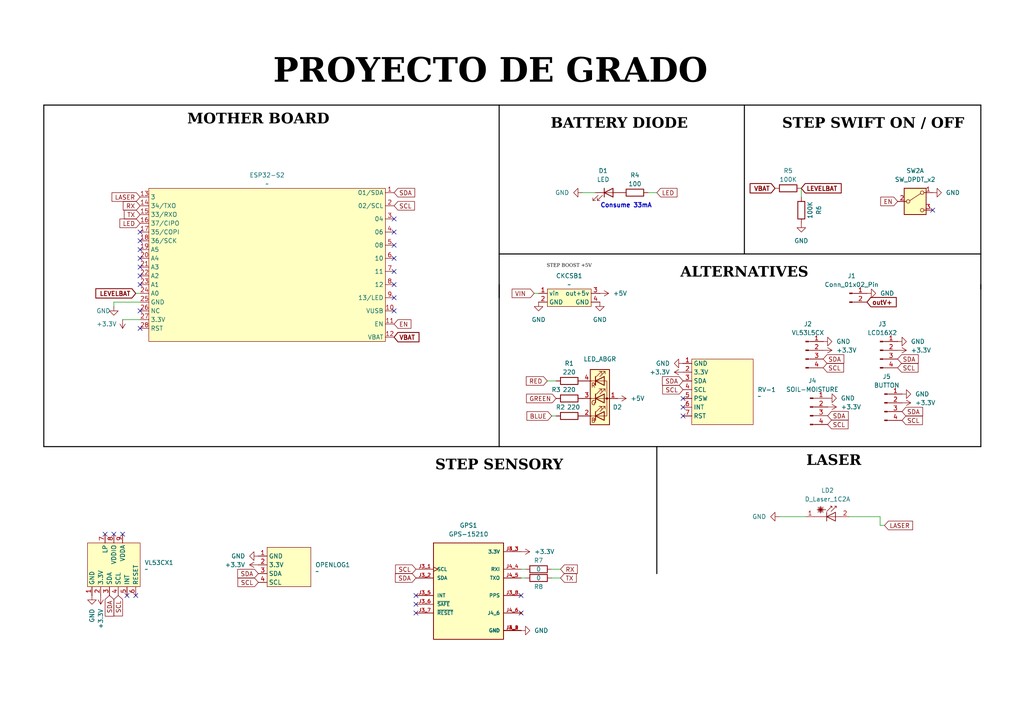
<source format=kicad_sch>
(kicad_sch
	(version 20231120)
	(generator "eeschema")
	(generator_version "8.0")
	(uuid "f97796d2-bef9-4778-a0df-6b16ed8b788d")
	(paper "A4")
	(lib_symbols
		(symbol "CKCSB01:DCboost5+"
			(exclude_from_sim no)
			(in_bom yes)
			(on_board yes)
			(property "Reference" "CKCSB001"
				(at 0 0 0)
				(effects
					(font
						(size 1.27 1.27)
					)
				)
			)
			(property "Value" ""
				(at 0 0 0)
				(effects
					(font
						(size 1.27 1.27)
					)
				)
			)
			(property "Footprint" ""
				(at 0 0 0)
				(effects
					(font
						(size 1.27 1.27)
					)
					(hide yes)
				)
			)
			(property "Datasheet" ""
				(at 0 0 0)
				(effects
					(font
						(size 1.27 1.27)
					)
					(hide yes)
				)
			)
			(property "Description" ""
				(at 0 0 0)
				(effects
					(font
						(size 1.27 1.27)
					)
					(hide yes)
				)
			)
			(symbol "DCboost5+_1_1"
				(rectangle
					(start -5.08 -2.54)
					(end 7.62 -7.62)
					(stroke
						(width 0)
						(type default)
					)
					(fill
						(type background)
					)
				)
				(pin input line
					(at -7.62 -3.81 0)
					(length 2.54)
					(name "vin"
						(effects
							(font
								(size 1.27 1.27)
							)
						)
					)
					(number "1"
						(effects
							(font
								(size 1.27 1.27)
							)
						)
					)
				)
				(pin input line
					(at -7.62 -6.35 0)
					(length 2.54)
					(name "GND"
						(effects
							(font
								(size 1.27 1.27)
							)
						)
					)
					(number "2"
						(effects
							(font
								(size 1.27 1.27)
							)
						)
					)
				)
				(pin output line
					(at 10.16 -3.81 180)
					(length 2.54)
					(name "out+5v"
						(effects
							(font
								(size 1.27 1.27)
							)
						)
					)
					(number "3"
						(effects
							(font
								(size 1.27 1.27)
							)
						)
					)
				)
				(pin output line
					(at 10.16 -6.35 180)
					(length 2.54)
					(name "GND"
						(effects
							(font
								(size 1.27 1.27)
							)
						)
					)
					(number "4"
						(effects
							(font
								(size 1.27 1.27)
							)
						)
					)
				)
			)
		)
		(symbol "CLOCK:RV-1805"
			(exclude_from_sim no)
			(in_bom yes)
			(on_board yes)
			(property "Reference" "RV-1805"
				(at 0 0 0)
				(effects
					(font
						(size 1.27 1.27)
					)
				)
			)
			(property "Value" ""
				(at 0 0 0)
				(effects
					(font
						(size 1.27 1.27)
					)
				)
			)
			(property "Footprint" ""
				(at 0 0 0)
				(effects
					(font
						(size 1.27 1.27)
					)
					(hide yes)
				)
			)
			(property "Datasheet" ""
				(at 0 0 0)
				(effects
					(font
						(size 1.27 1.27)
					)
					(hide yes)
				)
			)
			(property "Description" ""
				(at 0 0 0)
				(effects
					(font
						(size 1.27 1.27)
					)
					(hide yes)
				)
			)
			(symbol "RV-1805_1_1"
				(rectangle
					(start -3.81 -1.27)
					(end 13.97 -20.32)
					(stroke
						(width 0)
						(type default)
					)
					(fill
						(type background)
					)
				)
				(pin input line
					(at -6.35 -2.54 0)
					(length 2.54)
					(name "GND"
						(effects
							(font
								(size 1.27 1.27)
							)
						)
					)
					(number "1"
						(effects
							(font
								(size 1.27 1.27)
							)
						)
					)
				)
				(pin input line
					(at -6.35 -5.08 0)
					(length 2.54)
					(name "3.3V"
						(effects
							(font
								(size 1.27 1.27)
							)
						)
					)
					(number "2"
						(effects
							(font
								(size 1.27 1.27)
							)
						)
					)
				)
				(pin input line
					(at -6.35 -7.62 0)
					(length 2.54)
					(name "SDA"
						(effects
							(font
								(size 1.27 1.27)
							)
						)
					)
					(number "3"
						(effects
							(font
								(size 1.27 1.27)
							)
						)
					)
				)
				(pin input line
					(at -6.35 -10.16 0)
					(length 2.54)
					(name "SCL"
						(effects
							(font
								(size 1.27 1.27)
							)
						)
					)
					(number "4"
						(effects
							(font
								(size 1.27 1.27)
							)
						)
					)
				)
				(pin input line
					(at -6.35 -12.7 0)
					(length 2.54)
					(name "PSW"
						(effects
							(font
								(size 1.27 1.27)
							)
						)
					)
					(number "5"
						(effects
							(font
								(size 1.27 1.27)
							)
						)
					)
				)
				(pin input line
					(at -6.35 -15.24 0)
					(length 2.54)
					(name "INT"
						(effects
							(font
								(size 1.27 1.27)
							)
						)
					)
					(number "6"
						(effects
							(font
								(size 1.27 1.27)
							)
						)
					)
				)
				(pin input line
					(at -6.35 -17.78 0)
					(length 2.54)
					(name "RST"
						(effects
							(font
								(size 1.27 1.27)
							)
						)
					)
					(number "7"
						(effects
							(font
								(size 1.27 1.27)
							)
						)
					)
				)
			)
		)
		(symbol "Connector:Conn_01x02_Pin"
			(pin_names
				(offset 1.016) hide)
			(exclude_from_sim no)
			(in_bom yes)
			(on_board yes)
			(property "Reference" "J"
				(at 0 2.54 0)
				(effects
					(font
						(size 1.27 1.27)
					)
				)
			)
			(property "Value" "Conn_01x02_Pin"
				(at 0 -5.08 0)
				(effects
					(font
						(size 1.27 1.27)
					)
				)
			)
			(property "Footprint" ""
				(at 0 0 0)
				(effects
					(font
						(size 1.27 1.27)
					)
					(hide yes)
				)
			)
			(property "Datasheet" "~"
				(at 0 0 0)
				(effects
					(font
						(size 1.27 1.27)
					)
					(hide yes)
				)
			)
			(property "Description" "Generic connector, single row, 01x02, script generated"
				(at 0 0 0)
				(effects
					(font
						(size 1.27 1.27)
					)
					(hide yes)
				)
			)
			(property "ki_locked" ""
				(at 0 0 0)
				(effects
					(font
						(size 1.27 1.27)
					)
				)
			)
			(property "ki_keywords" "connector"
				(at 0 0 0)
				(effects
					(font
						(size 1.27 1.27)
					)
					(hide yes)
				)
			)
			(property "ki_fp_filters" "Connector*:*_1x??_*"
				(at 0 0 0)
				(effects
					(font
						(size 1.27 1.27)
					)
					(hide yes)
				)
			)
			(symbol "Conn_01x02_Pin_1_1"
				(polyline
					(pts
						(xy 1.27 -2.54) (xy 0.8636 -2.54)
					)
					(stroke
						(width 0.1524)
						(type default)
					)
					(fill
						(type none)
					)
				)
				(polyline
					(pts
						(xy 1.27 0) (xy 0.8636 0)
					)
					(stroke
						(width 0.1524)
						(type default)
					)
					(fill
						(type none)
					)
				)
				(rectangle
					(start 0.8636 -2.413)
					(end 0 -2.667)
					(stroke
						(width 0.1524)
						(type default)
					)
					(fill
						(type outline)
					)
				)
				(rectangle
					(start 0.8636 0.127)
					(end 0 -0.127)
					(stroke
						(width 0.1524)
						(type default)
					)
					(fill
						(type outline)
					)
				)
				(pin passive line
					(at 5.08 0 180)
					(length 3.81)
					(name "Pin_1"
						(effects
							(font
								(size 1.27 1.27)
							)
						)
					)
					(number "1"
						(effects
							(font
								(size 1.27 1.27)
							)
						)
					)
				)
				(pin passive line
					(at 5.08 -2.54 180)
					(length 3.81)
					(name "Pin_2"
						(effects
							(font
								(size 1.27 1.27)
							)
						)
					)
					(number "2"
						(effects
							(font
								(size 1.27 1.27)
							)
						)
					)
				)
			)
		)
		(symbol "Connector:Conn_01x04_Pin"
			(pin_names
				(offset 1.016) hide)
			(exclude_from_sim no)
			(in_bom yes)
			(on_board yes)
			(property "Reference" "J"
				(at 0 5.08 0)
				(effects
					(font
						(size 1.27 1.27)
					)
				)
			)
			(property "Value" "Conn_01x04_Pin"
				(at 0 -7.62 0)
				(effects
					(font
						(size 1.27 1.27)
					)
				)
			)
			(property "Footprint" ""
				(at 0 0 0)
				(effects
					(font
						(size 1.27 1.27)
					)
					(hide yes)
				)
			)
			(property "Datasheet" "~"
				(at 0 0 0)
				(effects
					(font
						(size 1.27 1.27)
					)
					(hide yes)
				)
			)
			(property "Description" "Generic connector, single row, 01x04, script generated"
				(at 0 0 0)
				(effects
					(font
						(size 1.27 1.27)
					)
					(hide yes)
				)
			)
			(property "ki_locked" ""
				(at 0 0 0)
				(effects
					(font
						(size 1.27 1.27)
					)
				)
			)
			(property "ki_keywords" "connector"
				(at 0 0 0)
				(effects
					(font
						(size 1.27 1.27)
					)
					(hide yes)
				)
			)
			(property "ki_fp_filters" "Connector*:*_1x??_*"
				(at 0 0 0)
				(effects
					(font
						(size 1.27 1.27)
					)
					(hide yes)
				)
			)
			(symbol "Conn_01x04_Pin_1_1"
				(polyline
					(pts
						(xy 1.27 -5.08) (xy 0.8636 -5.08)
					)
					(stroke
						(width 0.1524)
						(type default)
					)
					(fill
						(type none)
					)
				)
				(polyline
					(pts
						(xy 1.27 -2.54) (xy 0.8636 -2.54)
					)
					(stroke
						(width 0.1524)
						(type default)
					)
					(fill
						(type none)
					)
				)
				(polyline
					(pts
						(xy 1.27 0) (xy 0.8636 0)
					)
					(stroke
						(width 0.1524)
						(type default)
					)
					(fill
						(type none)
					)
				)
				(polyline
					(pts
						(xy 1.27 2.54) (xy 0.8636 2.54)
					)
					(stroke
						(width 0.1524)
						(type default)
					)
					(fill
						(type none)
					)
				)
				(rectangle
					(start 0.8636 -4.953)
					(end 0 -5.207)
					(stroke
						(width 0.1524)
						(type default)
					)
					(fill
						(type outline)
					)
				)
				(rectangle
					(start 0.8636 -2.413)
					(end 0 -2.667)
					(stroke
						(width 0.1524)
						(type default)
					)
					(fill
						(type outline)
					)
				)
				(rectangle
					(start 0.8636 0.127)
					(end 0 -0.127)
					(stroke
						(width 0.1524)
						(type default)
					)
					(fill
						(type outline)
					)
				)
				(rectangle
					(start 0.8636 2.667)
					(end 0 2.413)
					(stroke
						(width 0.1524)
						(type default)
					)
					(fill
						(type outline)
					)
				)
				(pin passive line
					(at 5.08 2.54 180)
					(length 3.81)
					(name "Pin_1"
						(effects
							(font
								(size 1.27 1.27)
							)
						)
					)
					(number "1"
						(effects
							(font
								(size 1.27 1.27)
							)
						)
					)
				)
				(pin passive line
					(at 5.08 0 180)
					(length 3.81)
					(name "Pin_2"
						(effects
							(font
								(size 1.27 1.27)
							)
						)
					)
					(number "2"
						(effects
							(font
								(size 1.27 1.27)
							)
						)
					)
				)
				(pin passive line
					(at 5.08 -2.54 180)
					(length 3.81)
					(name "Pin_3"
						(effects
							(font
								(size 1.27 1.27)
							)
						)
					)
					(number "3"
						(effects
							(font
								(size 1.27 1.27)
							)
						)
					)
				)
				(pin passive line
					(at 5.08 -5.08 180)
					(length 3.81)
					(name "Pin_4"
						(effects
							(font
								(size 1.27 1.27)
							)
						)
					)
					(number "4"
						(effects
							(font
								(size 1.27 1.27)
							)
						)
					)
				)
			)
		)
		(symbol "Device:D_Laser_1C2A"
			(pin_names
				(offset 1.016) hide)
			(exclude_from_sim no)
			(in_bom yes)
			(on_board yes)
			(property "Reference" "LD"
				(at -1.27 4.445 0)
				(effects
					(font
						(size 1.27 1.27)
					)
				)
			)
			(property "Value" "D_Laser_1C2A"
				(at -1.27 -2.54 0)
				(effects
					(font
						(size 1.27 1.27)
					)
				)
			)
			(property "Footprint" ""
				(at -2.54 -0.635 0)
				(effects
					(font
						(size 1.27 1.27)
					)
					(hide yes)
				)
			)
			(property "Datasheet" "~"
				(at 0.762 -5.08 0)
				(effects
					(font
						(size 1.27 1.27)
					)
					(hide yes)
				)
			)
			(property "Description" "Laser diode, cathode on pin 1, anode on pin 2"
				(at 0 0 0)
				(effects
					(font
						(size 1.27 1.27)
					)
					(hide yes)
				)
			)
			(property "ki_keywords" "opto laserdiode"
				(at 0 0 0)
				(effects
					(font
						(size 1.27 1.27)
					)
					(hide yes)
				)
			)
			(property "ki_fp_filters" "*LaserDiode*"
				(at 0 0 0)
				(effects
					(font
						(size 1.27 1.27)
					)
					(hide yes)
				)
			)
			(symbol "D_Laser_1C2A_0_1"
				(polyline
					(pts
						(xy -4.064 1.27) (xy -2.54 2.794)
					)
					(stroke
						(width 0)
						(type default)
					)
					(fill
						(type none)
					)
				)
				(polyline
					(pts
						(xy -4.064 1.778) (xy -2.54 2.286)
					)
					(stroke
						(width 0)
						(type default)
					)
					(fill
						(type none)
					)
				)
				(polyline
					(pts
						(xy -4.064 2.286) (xy -2.54 1.778)
					)
					(stroke
						(width 0)
						(type default)
					)
					(fill
						(type none)
					)
				)
				(polyline
					(pts
						(xy -4.064 2.794) (xy -2.54 1.27)
					)
					(stroke
						(width 0)
						(type default)
					)
					(fill
						(type none)
					)
				)
				(polyline
					(pts
						(xy -3.556 2.794) (xy -3.048 1.27)
					)
					(stroke
						(width 0)
						(type default)
					)
					(fill
						(type none)
					)
				)
				(polyline
					(pts
						(xy -3.302 2.032) (xy -3.302 1.016)
					)
					(stroke
						(width 0)
						(type default)
					)
					(fill
						(type none)
					)
				)
				(polyline
					(pts
						(xy -3.302 2.032) (xy -3.302 3.048)
					)
					(stroke
						(width 0)
						(type default)
					)
					(fill
						(type none)
					)
				)
				(polyline
					(pts
						(xy -3.048 2.794) (xy -3.556 1.27)
					)
					(stroke
						(width 0)
						(type default)
					)
					(fill
						(type none)
					)
				)
				(polyline
					(pts
						(xy -1.778 2.032) (xy -4.318 2.032)
					)
					(stroke
						(width 0)
						(type default)
					)
					(fill
						(type none)
					)
				)
				(polyline
					(pts
						(xy -1.524 1.27) (xy -1.524 -1.27)
					)
					(stroke
						(width 0.2032)
						(type default)
					)
					(fill
						(type none)
					)
				)
				(polyline
					(pts
						(xy 1.27 3.048) (xy 0.762 3.048)
					)
					(stroke
						(width 0)
						(type default)
					)
					(fill
						(type none)
					)
				)
				(polyline
					(pts
						(xy 2.54 0) (xy -5.08 0)
					)
					(stroke
						(width 0)
						(type default)
					)
					(fill
						(type none)
					)
				)
				(polyline
					(pts
						(xy -0.254 1.524) (xy 1.27 3.048) (xy 1.27 2.54)
					)
					(stroke
						(width 0)
						(type default)
					)
					(fill
						(type none)
					)
				)
				(polyline
					(pts
						(xy 1.016 1.27) (xy 1.016 -1.27) (xy -1.524 0) (xy 1.016 1.27)
					)
					(stroke
						(width 0.2032)
						(type default)
					)
					(fill
						(type none)
					)
				)
				(polyline
					(pts
						(xy -1.524 1.524) (xy 0 3.048) (xy 0 2.54) (xy 0 3.048) (xy -0.508 3.048)
					)
					(stroke
						(width 0)
						(type default)
					)
					(fill
						(type none)
					)
				)
			)
			(symbol "D_Laser_1C2A_1_1"
				(pin passive line
					(at -7.62 0 0)
					(length 2.54)
					(name "K"
						(effects
							(font
								(size 1.27 1.27)
							)
						)
					)
					(number "1"
						(effects
							(font
								(size 1.27 1.27)
							)
						)
					)
				)
				(pin passive line
					(at 5.08 0 180)
					(length 2.54)
					(name "A"
						(effects
							(font
								(size 1.27 1.27)
							)
						)
					)
					(number "2"
						(effects
							(font
								(size 1.27 1.27)
							)
						)
					)
				)
			)
		)
		(symbol "Device:LED"
			(pin_numbers hide)
			(pin_names
				(offset 1.016) hide)
			(exclude_from_sim no)
			(in_bom yes)
			(on_board yes)
			(property "Reference" "D"
				(at 0 2.54 0)
				(effects
					(font
						(size 1.27 1.27)
					)
				)
			)
			(property "Value" "LED"
				(at 0 -2.54 0)
				(effects
					(font
						(size 1.27 1.27)
					)
				)
			)
			(property "Footprint" ""
				(at 0 0 0)
				(effects
					(font
						(size 1.27 1.27)
					)
					(hide yes)
				)
			)
			(property "Datasheet" "~"
				(at 0 0 0)
				(effects
					(font
						(size 1.27 1.27)
					)
					(hide yes)
				)
			)
			(property "Description" "Light emitting diode"
				(at 0 0 0)
				(effects
					(font
						(size 1.27 1.27)
					)
					(hide yes)
				)
			)
			(property "ki_keywords" "LED diode"
				(at 0 0 0)
				(effects
					(font
						(size 1.27 1.27)
					)
					(hide yes)
				)
			)
			(property "ki_fp_filters" "LED* LED_SMD:* LED_THT:*"
				(at 0 0 0)
				(effects
					(font
						(size 1.27 1.27)
					)
					(hide yes)
				)
			)
			(symbol "LED_0_1"
				(polyline
					(pts
						(xy -1.27 -1.27) (xy -1.27 1.27)
					)
					(stroke
						(width 0.254)
						(type default)
					)
					(fill
						(type none)
					)
				)
				(polyline
					(pts
						(xy -1.27 0) (xy 1.27 0)
					)
					(stroke
						(width 0)
						(type default)
					)
					(fill
						(type none)
					)
				)
				(polyline
					(pts
						(xy 1.27 -1.27) (xy 1.27 1.27) (xy -1.27 0) (xy 1.27 -1.27)
					)
					(stroke
						(width 0.254)
						(type default)
					)
					(fill
						(type none)
					)
				)
				(polyline
					(pts
						(xy -3.048 -0.762) (xy -4.572 -2.286) (xy -3.81 -2.286) (xy -4.572 -2.286) (xy -4.572 -1.524)
					)
					(stroke
						(width 0)
						(type default)
					)
					(fill
						(type none)
					)
				)
				(polyline
					(pts
						(xy -1.778 -0.762) (xy -3.302 -2.286) (xy -2.54 -2.286) (xy -3.302 -2.286) (xy -3.302 -1.524)
					)
					(stroke
						(width 0)
						(type default)
					)
					(fill
						(type none)
					)
				)
			)
			(symbol "LED_1_1"
				(pin passive line
					(at -3.81 0 0)
					(length 2.54)
					(name "K"
						(effects
							(font
								(size 1.27 1.27)
							)
						)
					)
					(number "1"
						(effects
							(font
								(size 1.27 1.27)
							)
						)
					)
				)
				(pin passive line
					(at 3.81 0 180)
					(length 2.54)
					(name "A"
						(effects
							(font
								(size 1.27 1.27)
							)
						)
					)
					(number "2"
						(effects
							(font
								(size 1.27 1.27)
							)
						)
					)
				)
			)
		)
		(symbol "Device:LED_ABGR"
			(pin_names
				(offset 0) hide)
			(exclude_from_sim no)
			(in_bom yes)
			(on_board yes)
			(property "Reference" "D"
				(at 0 9.398 0)
				(effects
					(font
						(size 1.27 1.27)
					)
				)
			)
			(property "Value" "LED_ABGR"
				(at 0 -8.89 0)
				(effects
					(font
						(size 1.27 1.27)
					)
				)
			)
			(property "Footprint" ""
				(at 0 -1.27 0)
				(effects
					(font
						(size 1.27 1.27)
					)
					(hide yes)
				)
			)
			(property "Datasheet" "~"
				(at 0 -1.27 0)
				(effects
					(font
						(size 1.27 1.27)
					)
					(hide yes)
				)
			)
			(property "Description" "RGB LED, anode/blue/green/red"
				(at 0 0 0)
				(effects
					(font
						(size 1.27 1.27)
					)
					(hide yes)
				)
			)
			(property "ki_keywords" "LED RGB diode"
				(at 0 0 0)
				(effects
					(font
						(size 1.27 1.27)
					)
					(hide yes)
				)
			)
			(property "ki_fp_filters" "LED* LED_SMD:* LED_THT:*"
				(at 0 0 0)
				(effects
					(font
						(size 1.27 1.27)
					)
					(hide yes)
				)
			)
			(symbol "LED_ABGR_0_0"
				(text "B"
					(at -1.905 -6.35 0)
					(effects
						(font
							(size 1.27 1.27)
						)
					)
				)
				(text "G"
					(at -1.905 -1.27 0)
					(effects
						(font
							(size 1.27 1.27)
						)
					)
				)
				(text "R"
					(at -1.905 3.81 0)
					(effects
						(font
							(size 1.27 1.27)
						)
					)
				)
			)
			(symbol "LED_ABGR_0_1"
				(polyline
					(pts
						(xy -1.27 -5.08) (xy -2.54 -5.08)
					)
					(stroke
						(width 0)
						(type default)
					)
					(fill
						(type none)
					)
				)
				(polyline
					(pts
						(xy -1.27 -5.08) (xy 1.27 -5.08)
					)
					(stroke
						(width 0)
						(type default)
					)
					(fill
						(type none)
					)
				)
				(polyline
					(pts
						(xy -1.27 -3.81) (xy -1.27 -6.35)
					)
					(stroke
						(width 0.254)
						(type default)
					)
					(fill
						(type none)
					)
				)
				(polyline
					(pts
						(xy -1.27 0) (xy -2.54 0)
					)
					(stroke
						(width 0)
						(type default)
					)
					(fill
						(type none)
					)
				)
				(polyline
					(pts
						(xy -1.27 1.27) (xy -1.27 -1.27)
					)
					(stroke
						(width 0.254)
						(type default)
					)
					(fill
						(type none)
					)
				)
				(polyline
					(pts
						(xy -1.27 5.08) (xy -2.54 5.08)
					)
					(stroke
						(width 0)
						(type default)
					)
					(fill
						(type none)
					)
				)
				(polyline
					(pts
						(xy -1.27 5.08) (xy 1.27 5.08)
					)
					(stroke
						(width 0)
						(type default)
					)
					(fill
						(type none)
					)
				)
				(polyline
					(pts
						(xy -1.27 6.35) (xy -1.27 3.81)
					)
					(stroke
						(width 0.254)
						(type default)
					)
					(fill
						(type none)
					)
				)
				(polyline
					(pts
						(xy 1.27 0) (xy -1.27 0)
					)
					(stroke
						(width 0)
						(type default)
					)
					(fill
						(type none)
					)
				)
				(polyline
					(pts
						(xy 1.27 0) (xy 2.54 0)
					)
					(stroke
						(width 0)
						(type default)
					)
					(fill
						(type none)
					)
				)
				(polyline
					(pts
						(xy -1.27 1.27) (xy -1.27 -1.27) (xy -1.27 -1.27)
					)
					(stroke
						(width 0)
						(type default)
					)
					(fill
						(type none)
					)
				)
				(polyline
					(pts
						(xy -1.27 6.35) (xy -1.27 3.81) (xy -1.27 3.81)
					)
					(stroke
						(width 0)
						(type default)
					)
					(fill
						(type none)
					)
				)
				(polyline
					(pts
						(xy 1.27 -5.08) (xy 2.032 -5.08) (xy 2.032 5.08) (xy 1.27 5.08)
					)
					(stroke
						(width 0)
						(type default)
					)
					(fill
						(type none)
					)
				)
				(polyline
					(pts
						(xy 1.27 -3.81) (xy 1.27 -6.35) (xy -1.27 -5.08) (xy 1.27 -3.81)
					)
					(stroke
						(width 0.254)
						(type default)
					)
					(fill
						(type none)
					)
				)
				(polyline
					(pts
						(xy 1.27 1.27) (xy 1.27 -1.27) (xy -1.27 0) (xy 1.27 1.27)
					)
					(stroke
						(width 0.254)
						(type default)
					)
					(fill
						(type none)
					)
				)
				(polyline
					(pts
						(xy 1.27 6.35) (xy 1.27 3.81) (xy -1.27 5.08) (xy 1.27 6.35)
					)
					(stroke
						(width 0.254)
						(type default)
					)
					(fill
						(type none)
					)
				)
				(polyline
					(pts
						(xy -1.016 -3.81) (xy 0.508 -2.286) (xy -0.254 -2.286) (xy 0.508 -2.286) (xy 0.508 -3.048)
					)
					(stroke
						(width 0)
						(type default)
					)
					(fill
						(type none)
					)
				)
				(polyline
					(pts
						(xy -1.016 1.27) (xy 0.508 2.794) (xy -0.254 2.794) (xy 0.508 2.794) (xy 0.508 2.032)
					)
					(stroke
						(width 0)
						(type default)
					)
					(fill
						(type none)
					)
				)
				(polyline
					(pts
						(xy -1.016 6.35) (xy 0.508 7.874) (xy -0.254 7.874) (xy 0.508 7.874) (xy 0.508 7.112)
					)
					(stroke
						(width 0)
						(type default)
					)
					(fill
						(type none)
					)
				)
				(polyline
					(pts
						(xy 0 -3.81) (xy 1.524 -2.286) (xy 0.762 -2.286) (xy 1.524 -2.286) (xy 1.524 -3.048)
					)
					(stroke
						(width 0)
						(type default)
					)
					(fill
						(type none)
					)
				)
				(polyline
					(pts
						(xy 0 1.27) (xy 1.524 2.794) (xy 0.762 2.794) (xy 1.524 2.794) (xy 1.524 2.032)
					)
					(stroke
						(width 0)
						(type default)
					)
					(fill
						(type none)
					)
				)
				(polyline
					(pts
						(xy 0 6.35) (xy 1.524 7.874) (xy 0.762 7.874) (xy 1.524 7.874) (xy 1.524 7.112)
					)
					(stroke
						(width 0)
						(type default)
					)
					(fill
						(type none)
					)
				)
				(rectangle
					(start 1.27 -1.27)
					(end 1.27 1.27)
					(stroke
						(width 0)
						(type default)
					)
					(fill
						(type none)
					)
				)
				(rectangle
					(start 1.27 1.27)
					(end 1.27 1.27)
					(stroke
						(width 0)
						(type default)
					)
					(fill
						(type none)
					)
				)
				(rectangle
					(start 1.27 3.81)
					(end 1.27 6.35)
					(stroke
						(width 0)
						(type default)
					)
					(fill
						(type none)
					)
				)
				(rectangle
					(start 1.27 6.35)
					(end 1.27 6.35)
					(stroke
						(width 0)
						(type default)
					)
					(fill
						(type none)
					)
				)
				(circle
					(center 2.032 0)
					(radius 0.254)
					(stroke
						(width 0)
						(type default)
					)
					(fill
						(type outline)
					)
				)
				(rectangle
					(start 2.794 8.382)
					(end -2.794 -7.62)
					(stroke
						(width 0.254)
						(type default)
					)
					(fill
						(type background)
					)
				)
			)
			(symbol "LED_ABGR_1_1"
				(pin passive line
					(at 5.08 0 180)
					(length 2.54)
					(name "A"
						(effects
							(font
								(size 1.27 1.27)
							)
						)
					)
					(number "1"
						(effects
							(font
								(size 1.27 1.27)
							)
						)
					)
				)
				(pin passive line
					(at -5.08 -5.08 0)
					(length 2.54)
					(name "BK"
						(effects
							(font
								(size 1.27 1.27)
							)
						)
					)
					(number "2"
						(effects
							(font
								(size 1.27 1.27)
							)
						)
					)
				)
				(pin passive line
					(at -5.08 0 0)
					(length 2.54)
					(name "GK"
						(effects
							(font
								(size 1.27 1.27)
							)
						)
					)
					(number "3"
						(effects
							(font
								(size 1.27 1.27)
							)
						)
					)
				)
				(pin passive line
					(at -5.08 5.08 0)
					(length 2.54)
					(name "RK"
						(effects
							(font
								(size 1.27 1.27)
							)
						)
					)
					(number "4"
						(effects
							(font
								(size 1.27 1.27)
							)
						)
					)
				)
			)
		)
		(symbol "Device:R"
			(pin_numbers hide)
			(pin_names
				(offset 0)
			)
			(exclude_from_sim no)
			(in_bom yes)
			(on_board yes)
			(property "Reference" "R"
				(at 2.032 0 90)
				(effects
					(font
						(size 1.27 1.27)
					)
				)
			)
			(property "Value" "R"
				(at 0 0 90)
				(effects
					(font
						(size 1.27 1.27)
					)
				)
			)
			(property "Footprint" ""
				(at -1.778 0 90)
				(effects
					(font
						(size 1.27 1.27)
					)
					(hide yes)
				)
			)
			(property "Datasheet" "~"
				(at 0 0 0)
				(effects
					(font
						(size 1.27 1.27)
					)
					(hide yes)
				)
			)
			(property "Description" "Resistor"
				(at 0 0 0)
				(effects
					(font
						(size 1.27 1.27)
					)
					(hide yes)
				)
			)
			(property "ki_keywords" "R res resistor"
				(at 0 0 0)
				(effects
					(font
						(size 1.27 1.27)
					)
					(hide yes)
				)
			)
			(property "ki_fp_filters" "R_*"
				(at 0 0 0)
				(effects
					(font
						(size 1.27 1.27)
					)
					(hide yes)
				)
			)
			(symbol "R_0_1"
				(rectangle
					(start -1.016 -2.54)
					(end 1.016 2.54)
					(stroke
						(width 0.254)
						(type default)
					)
					(fill
						(type none)
					)
				)
			)
			(symbol "R_1_1"
				(pin passive line
					(at 0 3.81 270)
					(length 1.27)
					(name "~"
						(effects
							(font
								(size 1.27 1.27)
							)
						)
					)
					(number "1"
						(effects
							(font
								(size 1.27 1.27)
							)
						)
					)
				)
				(pin passive line
					(at 0 -3.81 90)
					(length 1.27)
					(name "~"
						(effects
							(font
								(size 1.27 1.27)
							)
						)
					)
					(number "2"
						(effects
							(font
								(size 1.27 1.27)
							)
						)
					)
				)
			)
		)
		(symbol "GPS-15210:GPS-15210"
			(pin_names
				(offset 1.016)
			)
			(exclude_from_sim no)
			(in_bom yes)
			(on_board yes)
			(property "Reference" "U"
				(at -10.16 13.462 0)
				(effects
					(font
						(size 1.27 1.27)
					)
					(justify left bottom)
				)
			)
			(property "Value" "GPS-15210"
				(at -10.16 -17.78 0)
				(effects
					(font
						(size 1.27 1.27)
					)
					(justify left bottom)
				)
			)
			(property "Footprint" "GPS-15210:MODULE_GPS-15210"
				(at 0 0 0)
				(effects
					(font
						(size 1.27 1.27)
					)
					(justify bottom)
					(hide yes)
				)
			)
			(property "Datasheet" ""
				(at 0 0 0)
				(effects
					(font
						(size 1.27 1.27)
					)
					(hide yes)
				)
			)
			(property "Description" ""
				(at 0 0 0)
				(effects
					(font
						(size 1.27 1.27)
					)
					(hide yes)
				)
			)
			(property "MF" "Sparkfun Electronics"
				(at 0 0 0)
				(effects
					(font
						(size 1.27 1.27)
					)
					(justify bottom)
					(hide yes)
				)
			)
			(property "MAXIMUM_PACKAGE_HEIGHT" "6.8mm"
				(at 0 0 0)
				(effects
					(font
						(size 1.27 1.27)
					)
					(justify bottom)
					(hide yes)
				)
			)
			(property "Package" "None"
				(at 0 0 0)
				(effects
					(font
						(size 1.27 1.27)
					)
					(justify bottom)
					(hide yes)
				)
			)
			(property "Price" "None"
				(at 0 0 0)
				(effects
					(font
						(size 1.27 1.27)
					)
					(justify bottom)
					(hide yes)
				)
			)
			(property "Check_prices" "https://www.snapeda.com/parts/GPS15210/SparkFun+Electronics/view-part/?ref=eda"
				(at 0 0 0)
				(effects
					(font
						(size 1.27 1.27)
					)
					(justify bottom)
					(hide yes)
				)
			)
			(property "STANDARD" "Manufacturer Recommendations"
				(at 0 0 0)
				(effects
					(font
						(size 1.27 1.27)
					)
					(justify bottom)
					(hide yes)
				)
			)
			(property "PARTREV" "v10"
				(at 0 0 0)
				(effects
					(font
						(size 1.27 1.27)
					)
					(justify bottom)
					(hide yes)
				)
			)
			(property "SnapEDA_Link" "https://www.snapeda.com/parts/GPS15210/SparkFun+Electronics/view-part/?ref=snap"
				(at 0 0 0)
				(effects
					(font
						(size 1.27 1.27)
					)
					(justify bottom)
					(hide yes)
				)
			)
			(property "MP" "GPS15210"
				(at 0 0 0)
				(effects
					(font
						(size 1.27 1.27)
					)
					(justify bottom)
					(hide yes)
				)
			)
			(property "Description_1" "\nSAM-M8Q Chip Antenna GPS Breakout [SparkFun Electronics] GPS-15210 SAM-M8Q Chip Antenna GPS Breakout\n"
				(at 0 0 0)
				(effects
					(font
						(size 1.27 1.27)
					)
					(justify bottom)
					(hide yes)
				)
			)
			(property "MANUFACTURER" "SparkFun Electronics"
				(at 0 0 0)
				(effects
					(font
						(size 1.27 1.27)
					)
					(justify bottom)
					(hide yes)
				)
			)
			(property "Availability" "In Stock"
				(at 0 0 0)
				(effects
					(font
						(size 1.27 1.27)
					)
					(justify bottom)
					(hide yes)
				)
			)
			(property "SNAPEDA_PN" "GPS-15210"
				(at 0 0 0)
				(effects
					(font
						(size 1.27 1.27)
					)
					(justify bottom)
					(hide yes)
				)
			)
			(symbol "GPS-15210_0_0"
				(rectangle
					(start -10.16 -15.24)
					(end 10.16 12.7)
					(stroke
						(width 0.254)
						(type default)
					)
					(fill
						(type background)
					)
				)
				(pin input clock
					(at -15.24 5.08 0)
					(length 5.08)
					(name "SCL"
						(effects
							(font
								(size 1.016 1.016)
							)
						)
					)
					(number "J3_1"
						(effects
							(font
								(size 1.016 1.016)
							)
						)
					)
				)
				(pin bidirectional line
					(at -15.24 2.54 0)
					(length 5.08)
					(name "SDA"
						(effects
							(font
								(size 1.016 1.016)
							)
						)
					)
					(number "J3_2"
						(effects
							(font
								(size 1.016 1.016)
							)
						)
					)
				)
				(pin bidirectional line
					(at 15.24 10.16 180)
					(length 5.08)
					(name "3.3V"
						(effects
							(font
								(size 1.016 1.016)
							)
						)
					)
					(number "J3_3"
						(effects
							(font
								(size 1.016 1.016)
							)
						)
					)
				)
				(pin power_in line
					(at 15.24 -12.7 180)
					(length 5.08)
					(name "GND"
						(effects
							(font
								(size 1.016 1.016)
							)
						)
					)
					(number "J3_4"
						(effects
							(font
								(size 1.016 1.016)
							)
						)
					)
				)
				(pin input line
					(at -15.24 -2.54 0)
					(length 5.08)
					(name "INT"
						(effects
							(font
								(size 1.016 1.016)
							)
						)
					)
					(number "J3_5"
						(effects
							(font
								(size 1.016 1.016)
							)
						)
					)
				)
				(pin input line
					(at -15.24 -5.08 0)
					(length 5.08)
					(name "~{SAFE}"
						(effects
							(font
								(size 1.016 1.016)
							)
						)
					)
					(number "J3_6"
						(effects
							(font
								(size 1.016 1.016)
							)
						)
					)
				)
				(pin input line
					(at -15.24 -7.62 0)
					(length 5.08)
					(name "~{RESET}"
						(effects
							(font
								(size 1.016 1.016)
							)
						)
					)
					(number "J3_7"
						(effects
							(font
								(size 1.016 1.016)
							)
						)
					)
				)
				(pin output line
					(at 15.24 -2.54 180)
					(length 5.08)
					(name "PPS"
						(effects
							(font
								(size 1.016 1.016)
							)
						)
					)
					(number "J3_8"
						(effects
							(font
								(size 1.016 1.016)
							)
						)
					)
				)
				(pin power_in line
					(at 15.24 -12.7 180)
					(length 5.08)
					(name "GND"
						(effects
							(font
								(size 1.016 1.016)
							)
						)
					)
					(number "J4_1"
						(effects
							(font
								(size 1.016 1.016)
							)
						)
					)
				)
				(pin power_in line
					(at 15.24 -12.7 180)
					(length 5.08)
					(name "GND"
						(effects
							(font
								(size 1.016 1.016)
							)
						)
					)
					(number "J4_2"
						(effects
							(font
								(size 1.016 1.016)
							)
						)
					)
				)
				(pin bidirectional line
					(at 15.24 10.16 180)
					(length 5.08)
					(name "3.3V"
						(effects
							(font
								(size 1.016 1.016)
							)
						)
					)
					(number "J4_3"
						(effects
							(font
								(size 1.016 1.016)
							)
						)
					)
				)
				(pin input line
					(at 15.24 5.08 180)
					(length 5.08)
					(name "RXI"
						(effects
							(font
								(size 1.016 1.016)
							)
						)
					)
					(number "J4_4"
						(effects
							(font
								(size 1.016 1.016)
							)
						)
					)
				)
				(pin output line
					(at 15.24 2.54 180)
					(length 5.08)
					(name "TXO"
						(effects
							(font
								(size 1.016 1.016)
							)
						)
					)
					(number "J4_5"
						(effects
							(font
								(size 1.016 1.016)
							)
						)
					)
				)
				(pin no_connect line
					(at 15.24 -7.62 180)
					(length 5.08)
					(name "J4_6"
						(effects
							(font
								(size 1.016 1.016)
							)
						)
					)
					(number "J4_6"
						(effects
							(font
								(size 1.016 1.016)
							)
						)
					)
				)
			)
		)
		(symbol "OPENLOG:OPENLOG"
			(exclude_from_sim no)
			(in_bom yes)
			(on_board yes)
			(property "Reference" "OPENLOG"
				(at 0 0 0)
				(effects
					(font
						(size 1.27 1.27)
					)
				)
			)
			(property "Value" ""
				(at 0 0 0)
				(effects
					(font
						(size 1.27 1.27)
					)
				)
			)
			(property "Footprint" ""
				(at 0 0 0)
				(effects
					(font
						(size 1.27 1.27)
					)
					(hide yes)
				)
			)
			(property "Datasheet" ""
				(at 0 0 0)
				(effects
					(font
						(size 1.27 1.27)
					)
					(hide yes)
				)
			)
			(property "Description" ""
				(at 0 0 0)
				(effects
					(font
						(size 1.27 1.27)
					)
					(hide yes)
				)
			)
			(symbol "OPENLOG_1_1"
				(rectangle
					(start -6.35 -1.27)
					(end 6.35 -12.7)
					(stroke
						(width 0)
						(type default)
					)
					(fill
						(type background)
					)
				)
				(pin input line
					(at -8.89 -3.81 0)
					(length 2.54)
					(name "GND"
						(effects
							(font
								(size 1.27 1.27)
							)
						)
					)
					(number "1"
						(effects
							(font
								(size 1.27 1.27)
							)
						)
					)
				)
				(pin input line
					(at -8.89 -6.35 0)
					(length 2.54)
					(name "3.3V"
						(effects
							(font
								(size 1.27 1.27)
							)
						)
					)
					(number "2"
						(effects
							(font
								(size 1.27 1.27)
							)
						)
					)
				)
				(pin input line
					(at -8.89 -8.89 0)
					(length 2.54)
					(name "SDA"
						(effects
							(font
								(size 1.27 1.27)
							)
						)
					)
					(number "3"
						(effects
							(font
								(size 1.27 1.27)
							)
						)
					)
				)
				(pin input line
					(at -8.89 -11.43 0)
					(length 2.54)
					(name "SCL"
						(effects
							(font
								(size 1.27 1.27)
							)
						)
					)
					(number "4"
						(effects
							(font
								(size 1.27 1.27)
							)
						)
					)
				)
			)
		)
		(symbol "Switch:SW_DPDT_x2"
			(pin_names
				(offset 0) hide)
			(exclude_from_sim no)
			(in_bom yes)
			(on_board yes)
			(property "Reference" "SW"
				(at 0 5.08 0)
				(effects
					(font
						(size 1.27 1.27)
					)
				)
			)
			(property "Value" "SW_DPDT_x2"
				(at 0 -5.08 0)
				(effects
					(font
						(size 1.27 1.27)
					)
				)
			)
			(property "Footprint" ""
				(at 0 0 0)
				(effects
					(font
						(size 1.27 1.27)
					)
					(hide yes)
				)
			)
			(property "Datasheet" "~"
				(at 0 0 0)
				(effects
					(font
						(size 1.27 1.27)
					)
					(hide yes)
				)
			)
			(property "Description" "Switch, dual pole double throw, separate symbols"
				(at 0 0 0)
				(effects
					(font
						(size 1.27 1.27)
					)
					(hide yes)
				)
			)
			(property "ki_keywords" "switch dual-pole double-throw DPDT spdt ON-ON"
				(at 0 0 0)
				(effects
					(font
						(size 1.27 1.27)
					)
					(hide yes)
				)
			)
			(property "ki_fp_filters" "SW*DPDT*"
				(at 0 0 0)
				(effects
					(font
						(size 1.27 1.27)
					)
					(hide yes)
				)
			)
			(symbol "SW_DPDT_x2_0_0"
				(circle
					(center -2.032 0)
					(radius 0.508)
					(stroke
						(width 0)
						(type default)
					)
					(fill
						(type none)
					)
				)
				(circle
					(center 2.032 -2.54)
					(radius 0.508)
					(stroke
						(width 0)
						(type default)
					)
					(fill
						(type none)
					)
				)
			)
			(symbol "SW_DPDT_x2_0_1"
				(rectangle
					(start -3.175 3.81)
					(end 3.175 -3.81)
					(stroke
						(width 0.254)
						(type default)
					)
					(fill
						(type background)
					)
				)
				(polyline
					(pts
						(xy -1.524 0.254) (xy 1.5748 2.286)
					)
					(stroke
						(width 0)
						(type default)
					)
					(fill
						(type none)
					)
				)
				(circle
					(center 2.032 2.54)
					(radius 0.508)
					(stroke
						(width 0)
						(type default)
					)
					(fill
						(type none)
					)
				)
			)
			(symbol "SW_DPDT_x2_1_1"
				(pin passive line
					(at 5.08 2.54 180)
					(length 2.54)
					(name "A"
						(effects
							(font
								(size 1.27 1.27)
							)
						)
					)
					(number "1"
						(effects
							(font
								(size 1.27 1.27)
							)
						)
					)
				)
				(pin passive line
					(at -5.08 0 0)
					(length 2.54)
					(name "B"
						(effects
							(font
								(size 1.27 1.27)
							)
						)
					)
					(number "2"
						(effects
							(font
								(size 1.27 1.27)
							)
						)
					)
				)
				(pin passive line
					(at 5.08 -2.54 180)
					(length 2.54)
					(name "C"
						(effects
							(font
								(size 1.27 1.27)
							)
						)
					)
					(number "3"
						(effects
							(font
								(size 1.27 1.27)
							)
						)
					)
				)
			)
			(symbol "SW_DPDT_x2_2_1"
				(pin passive line
					(at 5.08 2.54 180)
					(length 2.54)
					(name "A"
						(effects
							(font
								(size 1.27 1.27)
							)
						)
					)
					(number "4"
						(effects
							(font
								(size 1.27 1.27)
							)
						)
					)
				)
				(pin passive line
					(at -5.08 0 0)
					(length 2.54)
					(name "B"
						(effects
							(font
								(size 1.27 1.27)
							)
						)
					)
					(number "5"
						(effects
							(font
								(size 1.27 1.27)
							)
						)
					)
				)
				(pin passive line
					(at 5.08 -2.54 180)
					(length 2.54)
					(name "C"
						(effects
							(font
								(size 1.27 1.27)
							)
						)
					)
					(number "6"
						(effects
							(font
								(size 1.27 1.27)
							)
						)
					)
				)
			)
		)
		(symbol "VL53CX:VL53CX"
			(exclude_from_sim no)
			(in_bom yes)
			(on_board yes)
			(property "Reference" "U"
				(at -8.636 -6.35 90)
				(effects
					(font
						(size 1.27 1.27)
					)
				)
			)
			(property "Value" ""
				(at -1.27 1.27 0)
				(effects
					(font
						(size 1.27 1.27)
					)
				)
			)
			(property "Footprint" ""
				(at -1.27 1.27 0)
				(effects
					(font
						(size 1.27 1.27)
					)
					(hide yes)
				)
			)
			(property "Datasheet" ""
				(at -1.27 1.27 0)
				(effects
					(font
						(size 1.27 1.27)
					)
					(hide yes)
				)
			)
			(property "Description" ""
				(at -1.27 1.27 0)
				(effects
					(font
						(size 1.27 1.27)
					)
					(hide yes)
				)
			)
			(symbol "VL53CX_1_1"
				(rectangle
					(start -7.62 0)
					(end 7.62 -12.7)
					(stroke
						(width 0)
						(type default)
					)
					(fill
						(type background)
					)
				)
				(pin bidirectional line
					(at -6.35 -15.24 90)
					(length 2.54)
					(name "GND"
						(effects
							(font
								(size 1.27 1.27)
							)
						)
					)
					(number "1"
						(effects
							(font
								(size 1.27 1.27)
							)
						)
					)
				)
				(pin bidirectional line
					(at -3.81 -15.24 90)
					(length 2.54)
					(name "3.3V"
						(effects
							(font
								(size 1.27 1.27)
							)
						)
					)
					(number "2"
						(effects
							(font
								(size 1.27 1.27)
							)
						)
					)
				)
				(pin bidirectional line
					(at -1.27 -15.24 90)
					(length 2.54)
					(name "SDA"
						(effects
							(font
								(size 1.27 1.27)
							)
						)
					)
					(number "3"
						(effects
							(font
								(size 1.27 1.27)
							)
						)
					)
				)
				(pin bidirectional line
					(at 1.27 -15.24 90)
					(length 2.54)
					(name "SCL"
						(effects
							(font
								(size 1.27 1.27)
							)
						)
					)
					(number "4"
						(effects
							(font
								(size 1.27 1.27)
							)
						)
					)
				)
				(pin bidirectional line
					(at 3.81 -15.24 90)
					(length 2.54)
					(name "INT"
						(effects
							(font
								(size 1.27 1.27)
							)
						)
					)
					(number "5"
						(effects
							(font
								(size 1.27 1.27)
							)
						)
					)
				)
				(pin bidirectional line
					(at 6.35 -15.24 90)
					(length 2.54)
					(name "RESET"
						(effects
							(font
								(size 1.27 1.27)
							)
						)
					)
					(number "6"
						(effects
							(font
								(size 1.27 1.27)
							)
						)
					)
				)
				(pin bidirectional line
					(at -2.54 2.54 270)
					(length 2.54)
					(name "LP"
						(effects
							(font
								(size 1.27 1.27)
							)
						)
					)
					(number "7"
						(effects
							(font
								(size 1.27 1.27)
							)
						)
					)
				)
				(pin bidirectional line
					(at 0 2.54 270)
					(length 2.54)
					(name "VDDIO"
						(effects
							(font
								(size 1.27 1.27)
							)
						)
					)
					(number "8"
						(effects
							(font
								(size 1.27 1.27)
							)
						)
					)
				)
				(pin bidirectional line
					(at 2.54 2.54 270)
					(length 2.54)
					(name "VDDA"
						(effects
							(font
								(size 1.27 1.27)
							)
						)
					)
					(number "9"
						(effects
							(font
								(size 1.27 1.27)
							)
						)
					)
				)
			)
		)
		(symbol "esp32s2:ESP32-S2"
			(exclude_from_sim no)
			(in_bom yes)
			(on_board yes)
			(property "Reference" "U"
				(at 0 0 0)
				(effects
					(font
						(size 1.27 1.27)
					)
				)
			)
			(property "Value" ""
				(at 0 0 0)
				(effects
					(font
						(size 1.27 1.27)
					)
				)
			)
			(property "Footprint" ""
				(at 0 0 0)
				(effects
					(font
						(size 1.27 1.27)
					)
					(hide yes)
				)
			)
			(property "Datasheet" ""
				(at 0 0 0)
				(effects
					(font
						(size 1.27 1.27)
					)
					(hide yes)
				)
			)
			(property "Description" ""
				(at 0 0 0)
				(effects
					(font
						(size 1.27 1.27)
					)
					(hide yes)
				)
			)
			(symbol "ESP32-S2_1_1"
				(rectangle
					(start -33.02 25.4)
					(end 35.56 -19.05)
					(stroke
						(width 0)
						(type default)
					)
					(fill
						(type background)
					)
				)
				(pin bidirectional line
					(at 38.1 24.13 180)
					(length 2.54)
					(name "01/SDA"
						(effects
							(font
								(size 1.27 1.27)
							)
						)
					)
					(number "1"
						(effects
							(font
								(size 1.27 1.27)
							)
						)
					)
				)
				(pin bidirectional line
					(at 38.1 -10.16 180)
					(length 2.54)
					(name "VUSB"
						(effects
							(font
								(size 1.27 1.27)
							)
						)
					)
					(number "10"
						(effects
							(font
								(size 1.27 1.27)
							)
						)
					)
				)
				(pin bidirectional line
					(at 38.1 -13.97 180)
					(length 2.54)
					(name "EN"
						(effects
							(font
								(size 1.27 1.27)
							)
						)
					)
					(number "11"
						(effects
							(font
								(size 1.27 1.27)
							)
						)
					)
				)
				(pin bidirectional line
					(at 38.1 -17.78 180)
					(length 2.54)
					(name "VBAT"
						(effects
							(font
								(size 1.27 1.27)
							)
						)
					)
					(number "12"
						(effects
							(font
								(size 1.27 1.27)
							)
						)
					)
				)
				(pin bidirectional line
					(at -35.56 22.86 0)
					(length 2.54)
					(name "3"
						(effects
							(font
								(size 1.27 1.27)
							)
						)
					)
					(number "13"
						(effects
							(font
								(size 1.27 1.27)
							)
						)
					)
				)
				(pin bidirectional line
					(at -35.56 20.32 0)
					(length 2.54)
					(name "34/TXO"
						(effects
							(font
								(size 1.27 1.27)
							)
						)
					)
					(number "14"
						(effects
							(font
								(size 1.27 1.27)
							)
						)
					)
				)
				(pin bidirectional line
					(at -35.56 17.78 0)
					(length 2.54)
					(name "33/RXO"
						(effects
							(font
								(size 1.27 1.27)
							)
						)
					)
					(number "15"
						(effects
							(font
								(size 1.27 1.27)
							)
						)
					)
				)
				(pin bidirectional line
					(at -35.56 15.24 0)
					(length 2.54)
					(name "37/CIPO"
						(effects
							(font
								(size 1.27 1.27)
							)
						)
					)
					(number "16"
						(effects
							(font
								(size 1.27 1.27)
							)
						)
					)
				)
				(pin bidirectional line
					(at -35.56 12.7 0)
					(length 2.54)
					(name "35/COPI"
						(effects
							(font
								(size 1.27 1.27)
							)
						)
					)
					(number "17"
						(effects
							(font
								(size 1.27 1.27)
							)
						)
					)
				)
				(pin bidirectional line
					(at -35.56 10.16 0)
					(length 2.54)
					(name "36/SCK"
						(effects
							(font
								(size 1.27 1.27)
							)
						)
					)
					(number "18"
						(effects
							(font
								(size 1.27 1.27)
							)
						)
					)
				)
				(pin bidirectional line
					(at -35.56 7.62 0)
					(length 2.54)
					(name "A5"
						(effects
							(font
								(size 1.27 1.27)
							)
						)
					)
					(number "19"
						(effects
							(font
								(size 1.27 1.27)
							)
						)
					)
				)
				(pin bidirectional line
					(at 38.1 20.32 180)
					(length 2.54)
					(name "02/SCL"
						(effects
							(font
								(size 1.27 1.27)
							)
						)
					)
					(number "2"
						(effects
							(font
								(size 1.27 1.27)
							)
						)
					)
				)
				(pin bidirectional line
					(at -35.56 5.08 0)
					(length 2.54)
					(name "A4"
						(effects
							(font
								(size 1.27 1.27)
							)
						)
					)
					(number "20"
						(effects
							(font
								(size 1.27 1.27)
							)
						)
					)
				)
				(pin bidirectional line
					(at -35.56 2.54 0)
					(length 2.54)
					(name "A3"
						(effects
							(font
								(size 1.27 1.27)
							)
						)
					)
					(number "21"
						(effects
							(font
								(size 1.27 1.27)
							)
						)
					)
				)
				(pin bidirectional line
					(at -35.56 0 0)
					(length 2.54)
					(name "A2"
						(effects
							(font
								(size 1.27 1.27)
							)
						)
					)
					(number "22"
						(effects
							(font
								(size 1.27 1.27)
							)
						)
					)
				)
				(pin bidirectional line
					(at -35.56 -2.54 0)
					(length 2.54)
					(name "A1"
						(effects
							(font
								(size 1.27 1.27)
							)
						)
					)
					(number "23"
						(effects
							(font
								(size 1.27 1.27)
							)
						)
					)
				)
				(pin bidirectional line
					(at -35.56 -5.08 0)
					(length 2.54)
					(name "A0"
						(effects
							(font
								(size 1.27 1.27)
							)
						)
					)
					(number "24"
						(effects
							(font
								(size 1.27 1.27)
							)
						)
					)
				)
				(pin input line
					(at -35.56 -7.62 0)
					(length 2.54)
					(name "GND"
						(effects
							(font
								(size 1.27 1.27)
							)
						)
					)
					(number "25"
						(effects
							(font
								(size 1.27 1.27)
							)
						)
					)
				)
				(pin bidirectional line
					(at -35.56 -10.16 0)
					(length 2.54)
					(name "NC"
						(effects
							(font
								(size 1.27 1.27)
							)
						)
					)
					(number "26"
						(effects
							(font
								(size 1.27 1.27)
							)
						)
					)
				)
				(pin bidirectional line
					(at -35.56 -12.7 0)
					(length 2.54)
					(name "3.3V"
						(effects
							(font
								(size 1.27 1.27)
							)
						)
					)
					(number "27"
						(effects
							(font
								(size 1.27 1.27)
							)
						)
					)
				)
				(pin bidirectional line
					(at -35.56 -15.24 0)
					(length 2.54)
					(name "RST"
						(effects
							(font
								(size 1.27 1.27)
							)
						)
					)
					(number "28"
						(effects
							(font
								(size 1.27 1.27)
							)
						)
					)
				)
				(pin bidirectional line
					(at 38.1 16.51 180)
					(length 2.54)
					(name "04"
						(effects
							(font
								(size 1.27 1.27)
							)
						)
					)
					(number "3"
						(effects
							(font
								(size 1.27 1.27)
							)
						)
					)
				)
				(pin bidirectional line
					(at 38.1 12.7 180)
					(length 2.54)
					(name "06"
						(effects
							(font
								(size 1.27 1.27)
							)
						)
					)
					(number "4"
						(effects
							(font
								(size 1.27 1.27)
							)
						)
					)
				)
				(pin bidirectional line
					(at 38.1 8.89 180)
					(length 2.54)
					(name "08"
						(effects
							(font
								(size 1.27 1.27)
							)
						)
					)
					(number "5"
						(effects
							(font
								(size 1.27 1.27)
							)
						)
					)
				)
				(pin bidirectional line
					(at 38.1 5.08 180)
					(length 2.54)
					(name "10"
						(effects
							(font
								(size 1.27 1.27)
							)
						)
					)
					(number "6"
						(effects
							(font
								(size 1.27 1.27)
							)
						)
					)
				)
				(pin bidirectional line
					(at 38.1 1.27 180)
					(length 2.54)
					(name "11"
						(effects
							(font
								(size 1.27 1.27)
							)
						)
					)
					(number "7"
						(effects
							(font
								(size 1.27 1.27)
							)
						)
					)
				)
				(pin bidirectional line
					(at 38.1 -2.54 180)
					(length 2.54)
					(name "12"
						(effects
							(font
								(size 1.27 1.27)
							)
						)
					)
					(number "8"
						(effects
							(font
								(size 1.27 1.27)
							)
						)
					)
				)
				(pin bidirectional line
					(at 38.1 -6.35 180)
					(length 2.54)
					(name "13/LED"
						(effects
							(font
								(size 1.27 1.27)
							)
						)
					)
					(number "9"
						(effects
							(font
								(size 1.27 1.27)
							)
						)
					)
				)
			)
		)
		(symbol "power:+3.3V"
			(power)
			(pin_numbers hide)
			(pin_names
				(offset 0) hide)
			(exclude_from_sim no)
			(in_bom yes)
			(on_board yes)
			(property "Reference" "#PWR"
				(at 0 -3.81 0)
				(effects
					(font
						(size 1.27 1.27)
					)
					(hide yes)
				)
			)
			(property "Value" "+3.3V"
				(at 0 3.556 0)
				(effects
					(font
						(size 1.27 1.27)
					)
				)
			)
			(property "Footprint" ""
				(at 0 0 0)
				(effects
					(font
						(size 1.27 1.27)
					)
					(hide yes)
				)
			)
			(property "Datasheet" ""
				(at 0 0 0)
				(effects
					(font
						(size 1.27 1.27)
					)
					(hide yes)
				)
			)
			(property "Description" "Power symbol creates a global label with name \"+3.3V\""
				(at 0 0 0)
				(effects
					(font
						(size 1.27 1.27)
					)
					(hide yes)
				)
			)
			(property "ki_keywords" "global power"
				(at 0 0 0)
				(effects
					(font
						(size 1.27 1.27)
					)
					(hide yes)
				)
			)
			(symbol "+3.3V_0_1"
				(polyline
					(pts
						(xy -0.762 1.27) (xy 0 2.54)
					)
					(stroke
						(width 0)
						(type default)
					)
					(fill
						(type none)
					)
				)
				(polyline
					(pts
						(xy 0 0) (xy 0 2.54)
					)
					(stroke
						(width 0)
						(type default)
					)
					(fill
						(type none)
					)
				)
				(polyline
					(pts
						(xy 0 2.54) (xy 0.762 1.27)
					)
					(stroke
						(width 0)
						(type default)
					)
					(fill
						(type none)
					)
				)
			)
			(symbol "+3.3V_1_1"
				(pin power_in line
					(at 0 0 90)
					(length 0)
					(name "~"
						(effects
							(font
								(size 1.27 1.27)
							)
						)
					)
					(number "1"
						(effects
							(font
								(size 1.27 1.27)
							)
						)
					)
				)
			)
		)
		(symbol "power:+5V"
			(power)
			(pin_numbers hide)
			(pin_names
				(offset 0) hide)
			(exclude_from_sim no)
			(in_bom yes)
			(on_board yes)
			(property "Reference" "#PWR"
				(at 0 -3.81 0)
				(effects
					(font
						(size 1.27 1.27)
					)
					(hide yes)
				)
			)
			(property "Value" "+5V"
				(at 0 3.556 0)
				(effects
					(font
						(size 1.27 1.27)
					)
				)
			)
			(property "Footprint" ""
				(at 0 0 0)
				(effects
					(font
						(size 1.27 1.27)
					)
					(hide yes)
				)
			)
			(property "Datasheet" ""
				(at 0 0 0)
				(effects
					(font
						(size 1.27 1.27)
					)
					(hide yes)
				)
			)
			(property "Description" "Power symbol creates a global label with name \"+5V\""
				(at 0 0 0)
				(effects
					(font
						(size 1.27 1.27)
					)
					(hide yes)
				)
			)
			(property "ki_keywords" "global power"
				(at 0 0 0)
				(effects
					(font
						(size 1.27 1.27)
					)
					(hide yes)
				)
			)
			(symbol "+5V_0_1"
				(polyline
					(pts
						(xy -0.762 1.27) (xy 0 2.54)
					)
					(stroke
						(width 0)
						(type default)
					)
					(fill
						(type none)
					)
				)
				(polyline
					(pts
						(xy 0 0) (xy 0 2.54)
					)
					(stroke
						(width 0)
						(type default)
					)
					(fill
						(type none)
					)
				)
				(polyline
					(pts
						(xy 0 2.54) (xy 0.762 1.27)
					)
					(stroke
						(width 0)
						(type default)
					)
					(fill
						(type none)
					)
				)
			)
			(symbol "+5V_1_1"
				(pin power_in line
					(at 0 0 90)
					(length 0)
					(name "~"
						(effects
							(font
								(size 1.27 1.27)
							)
						)
					)
					(number "1"
						(effects
							(font
								(size 1.27 1.27)
							)
						)
					)
				)
			)
		)
		(symbol "power:GND"
			(power)
			(pin_numbers hide)
			(pin_names
				(offset 0) hide)
			(exclude_from_sim no)
			(in_bom yes)
			(on_board yes)
			(property "Reference" "#PWR"
				(at 0 -6.35 0)
				(effects
					(font
						(size 1.27 1.27)
					)
					(hide yes)
				)
			)
			(property "Value" "GND"
				(at 0 -3.81 0)
				(effects
					(font
						(size 1.27 1.27)
					)
				)
			)
			(property "Footprint" ""
				(at 0 0 0)
				(effects
					(font
						(size 1.27 1.27)
					)
					(hide yes)
				)
			)
			(property "Datasheet" ""
				(at 0 0 0)
				(effects
					(font
						(size 1.27 1.27)
					)
					(hide yes)
				)
			)
			(property "Description" "Power symbol creates a global label with name \"GND\" , ground"
				(at 0 0 0)
				(effects
					(font
						(size 1.27 1.27)
					)
					(hide yes)
				)
			)
			(property "ki_keywords" "global power"
				(at 0 0 0)
				(effects
					(font
						(size 1.27 1.27)
					)
					(hide yes)
				)
			)
			(symbol "GND_0_1"
				(polyline
					(pts
						(xy 0 0) (xy 0 -1.27) (xy 1.27 -1.27) (xy 0 -2.54) (xy -1.27 -1.27) (xy 0 -1.27)
					)
					(stroke
						(width 0)
						(type default)
					)
					(fill
						(type none)
					)
				)
			)
			(symbol "GND_1_1"
				(pin power_in line
					(at 0 0 270)
					(length 0)
					(name "~"
						(effects
							(font
								(size 1.27 1.27)
							)
						)
					)
					(number "1"
						(effects
							(font
								(size 1.27 1.27)
							)
						)
					)
				)
			)
		)
	)
	(no_connect
		(at 30.48 154.94)
		(uuid "13004749-bcdd-47ff-9a5b-0972ab04932b")
	)
	(no_connect
		(at 114.3 63.5)
		(uuid "14baf9cb-c67d-4809-97e2-012d1d763437")
	)
	(no_connect
		(at 40.64 77.47)
		(uuid "1a43db1d-3e9b-4aea-97b6-826141d2039b")
	)
	(no_connect
		(at 120.65 172.72)
		(uuid "1ef64dbf-aa7d-4f8b-aa4a-93fd6566736a")
	)
	(no_connect
		(at 114.3 67.31)
		(uuid "25c49d4b-17fe-4f0b-93b6-8cc5e556b0b9")
	)
	(no_connect
		(at 40.64 67.31)
		(uuid "260195e5-129b-4051-8798-cf4cb919ccf8")
	)
	(no_connect
		(at 198.12 115.57)
		(uuid "268a58f3-2de1-4dc3-96f6-3e836b4554f7")
	)
	(no_connect
		(at 40.64 90.17)
		(uuid "2ab3f365-7830-463e-8ad1-f9c4f7afa7a1")
	)
	(no_connect
		(at 40.64 69.85)
		(uuid "2fa17c37-bf3a-46b5-86db-686c2a48f9aa")
	)
	(no_connect
		(at 114.3 90.17)
		(uuid "30e8362d-7cb2-4bfa-97f4-992e6df04319")
	)
	(no_connect
		(at 35.56 154.94)
		(uuid "3c258a98-b7b2-4a1b-ade2-8121ce742768")
	)
	(no_connect
		(at 40.64 74.93)
		(uuid "44b6218d-fff2-41b5-8b96-38694d18f269")
	)
	(no_connect
		(at 40.64 80.01)
		(uuid "47b133cf-22ed-4d1e-8119-0486afd42b7f")
	)
	(no_connect
		(at 36.83 172.72)
		(uuid "60141651-2e1e-4e12-818e-7187111d7690")
	)
	(no_connect
		(at 114.3 82.55)
		(uuid "61467819-0ec7-4925-bc37-2ed80308dbdf")
	)
	(no_connect
		(at 114.3 71.12)
		(uuid "655dfef0-a858-4f0e-81aa-418189e498a2")
	)
	(no_connect
		(at 151.13 172.72)
		(uuid "68c82156-2590-48de-bb44-36ad144143a1")
	)
	(no_connect
		(at 114.3 74.93)
		(uuid "69f66f40-a2d8-4d3d-990a-3086e906d707")
	)
	(no_connect
		(at 33.02 154.94)
		(uuid "6bcb770c-d4ae-44bc-ba55-19cdb6109283")
	)
	(no_connect
		(at 198.12 118.11)
		(uuid "6d357c2d-7fad-4be3-9e38-515e732470c4")
	)
	(no_connect
		(at 114.3 86.36)
		(uuid "71cdda94-1cba-49d5-847e-1b531f70a9c2")
	)
	(no_connect
		(at 120.65 175.26)
		(uuid "730710af-ea81-4f09-a8e1-edcff7432505")
	)
	(no_connect
		(at 114.3 78.74)
		(uuid "a2948b45-bf0e-4109-879d-44f29dd97279")
	)
	(no_connect
		(at 198.12 120.65)
		(uuid "a595a157-88a2-4ffd-b97b-90683bc51788")
	)
	(no_connect
		(at 40.64 82.55)
		(uuid "ace5aa54-80bb-4fe9-82da-5491c5e8f014")
	)
	(no_connect
		(at 151.13 177.8)
		(uuid "bbbbe4c0-acb1-4909-8394-d37cf32b2d24")
	)
	(no_connect
		(at 39.37 172.72)
		(uuid "c68bebe4-626b-4db5-a508-eeb74fa85414")
	)
	(no_connect
		(at 40.64 95.25)
		(uuid "dc85e45a-36c4-43b6-b9c1-bf2da4c865c3")
	)
	(no_connect
		(at 270.51 60.96)
		(uuid "ec070a5d-1fad-4b24-9d14-0ac005893092")
	)
	(no_connect
		(at 40.64 72.39)
		(uuid "ecf5e55e-72b8-4f84-8a97-47727fc68e59")
	)
	(no_connect
		(at 120.65 177.8)
		(uuid "ed0ee015-5cc9-4e99-a4d5-28ec692483fa")
	)
	(wire
		(pts
			(xy 35.56 92.71) (xy 40.64 92.71)
		)
		(stroke
			(width 0)
			(type default)
		)
		(uuid "0319a7fe-3324-46ca-a0c5-3c7a07d2db6d")
	)
	(polyline
		(pts
			(xy 12.7 30.48) (xy 12.7 129.54)
		)
		(stroke
			(width 0.3)
			(type default)
			(color 0 0 0 1)
		)
		(uuid "046dafcc-2751-415d-8ae7-f5f3bfbe61eb")
	)
	(wire
		(pts
			(xy 33.02 87.63) (xy 40.64 87.63)
		)
		(stroke
			(width 0)
			(type default)
		)
		(uuid "04b62f95-6a32-4498-a3f7-c7db22cf99e5")
	)
	(wire
		(pts
			(xy 187.96 55.88) (xy 190.5 55.88)
		)
		(stroke
			(width 0)
			(type default)
		)
		(uuid "070a77ad-0364-4ae9-89ca-ce6b86ed9c3a")
	)
	(wire
		(pts
			(xy 33.02 88.9) (xy 33.02 87.63)
		)
		(stroke
			(width 0)
			(type default)
		)
		(uuid "086acb7f-906c-43e6-99ff-7f44d51b2132")
	)
	(wire
		(pts
			(xy 255.27 149.86) (xy 246.38 149.86)
		)
		(stroke
			(width 0)
			(type default)
		)
		(uuid "090c0725-b4ac-4030-93eb-51d164e101fe")
	)
	(polyline
		(pts
			(xy 12.7 30.48) (xy 144.78 30.48)
		)
		(stroke
			(width 0.3)
			(type default)
			(color 0 0 0 1)
		)
		(uuid "0c1c758d-7e13-4a19-9963-a27d4c3eb7b4")
	)
	(polyline
		(pts
			(xy 12.7 129.54) (xy 144.78 129.54)
		)
		(stroke
			(width 0.3)
			(type default)
			(color 0 0 0 1)
		)
		(uuid "16232d49-7dbc-4a53-a52d-7c55060c0045")
	)
	(wire
		(pts
			(xy 151.13 167.64) (xy 152.4 167.64)
		)
		(stroke
			(width 0)
			(type default)
		)
		(uuid "1d7e842b-aaa1-4616-a181-335ae4707a40")
	)
	(polyline
		(pts
			(xy 144.78 73.66) (xy 215.9 73.66)
		)
		(stroke
			(width 0.3)
			(type default)
			(color 0 0 0 1)
		)
		(uuid "20a9467e-fcdd-456d-be40-e8c9c75ba3f2")
	)
	(wire
		(pts
			(xy 168.91 55.88) (xy 172.72 55.88)
		)
		(stroke
			(width 0)
			(type default)
		)
		(uuid "2e4e399f-df38-4886-a125-2a802a526676")
	)
	(wire
		(pts
			(xy 156.21 85.09) (xy 154.94 85.09)
		)
		(stroke
			(width 0)
			(type default)
		)
		(uuid "35f73108-1a79-43cf-a4e1-1e82809a9ae7")
	)
	(wire
		(pts
			(xy 256.54 152.4) (xy 255.27 152.4)
		)
		(stroke
			(width 0)
			(type default)
		)
		(uuid "4deafdb4-08fc-4474-8ed1-83c3b403e465")
	)
	(wire
		(pts
			(xy 160.02 120.65) (xy 161.29 120.65)
		)
		(stroke
			(width 0)
			(type default)
		)
		(uuid "4e3cdd6b-cedb-4490-b48a-9c3b63205480")
	)
	(polyline
		(pts
			(xy 144.78 129.54) (xy 284.48 129.54)
		)
		(stroke
			(width 0.3)
			(type default)
			(color 0 0 0 1)
		)
		(uuid "4fc501f8-8634-43f4-a08c-a4ae84ae5d67")
	)
	(wire
		(pts
			(xy 232.41 54.61) (xy 232.41 57.15)
		)
		(stroke
			(width 0)
			(type default)
		)
		(uuid "5a53e15f-dc5d-49ea-b3b6-b10c0564c29c")
	)
	(polyline
		(pts
			(xy 190.5 129.54) (xy 190.5 166.37)
		)
		(stroke
			(width 0.3)
			(type default)
			(color 0 0 0 1)
		)
		(uuid "616e21fe-907b-477d-bab2-20f5730cc55e")
	)
	(wire
		(pts
			(xy 39.37 85.09) (xy 40.64 85.09)
		)
		(stroke
			(width 0)
			(type default)
		)
		(uuid "62920593-ff97-4117-beae-abcff77d3e19")
	)
	(wire
		(pts
			(xy 151.13 165.1) (xy 152.4 165.1)
		)
		(stroke
			(width 0)
			(type default)
		)
		(uuid "69ff2926-30b1-4192-9f5b-551642d2e225")
	)
	(polyline
		(pts
			(xy 144.78 82.55) (xy 144.78 129.54)
		)
		(stroke
			(width 0.3)
			(type default)
			(color 0 0 0 1)
		)
		(uuid "6c471d67-1a1f-4967-984c-e0245f45377e")
	)
	(polyline
		(pts
			(xy 144.78 30.48) (xy 144.78 86.36)
		)
		(stroke
			(width 0.3)
			(type default)
			(color 0 0 0 1)
		)
		(uuid "89aee03a-9478-41d2-ba56-8e96a70a6afe")
	)
	(polyline
		(pts
			(xy 284.48 30.48) (xy 284.48 83.82)
		)
		(stroke
			(width 0.3)
			(type default)
			(color 0 0 0 1)
		)
		(uuid "a34d890c-dcfa-431b-92e9-5d30d30f92a3")
	)
	(polyline
		(pts
			(xy 215.9 30.48) (xy 215.9 73.66)
		)
		(stroke
			(width 0.3)
			(type default)
			(color 0 0 0 1)
		)
		(uuid "ba8ed34c-8c84-4f1f-a3c2-3aa206a677d8")
	)
	(wire
		(pts
			(xy 160.02 165.1) (xy 162.56 165.1)
		)
		(stroke
			(width 0)
			(type default)
		)
		(uuid "c9278676-4885-4241-aa32-bb041ddefb1b")
	)
	(polyline
		(pts
			(xy 144.78 30.48) (xy 284.48 30.48)
		)
		(stroke
			(width 0.3)
			(type default)
			(color 0 0 0 1)
		)
		(uuid "ca9544e7-d983-4dc3-aec4-12f59fad2edc")
	)
	(polyline
		(pts
			(xy 215.9 73.66) (xy 284.48 73.66)
		)
		(stroke
			(width 0.3)
			(type default)
			(color 0 0 0 1)
		)
		(uuid "cd021390-eed7-4fd6-b5d6-64f4e77e057f")
	)
	(polyline
		(pts
			(xy 284.48 82.55) (xy 284.48 129.54)
		)
		(stroke
			(width 0.3)
			(type default)
			(color 0 0 0 1)
		)
		(uuid "cff149a1-da1d-43db-9958-d626e6dba51b")
	)
	(wire
		(pts
			(xy 226.06 149.86) (xy 233.68 149.86)
		)
		(stroke
			(width 0)
			(type default)
		)
		(uuid "d9a288c2-0cda-41a4-867a-ed1f622976ee")
	)
	(wire
		(pts
			(xy 161.29 110.49) (xy 158.75 110.49)
		)
		(stroke
			(width 0)
			(type default)
		)
		(uuid "dabdeb96-5d8f-48f8-8955-ea10fc475ffb")
	)
	(wire
		(pts
			(xy 255.27 152.4) (xy 255.27 149.86)
		)
		(stroke
			(width 0)
			(type default)
		)
		(uuid "dd3d7ddc-c434-4847-b545-64805664320b")
	)
	(wire
		(pts
			(xy 160.02 167.64) (xy 162.56 167.64)
		)
		(stroke
			(width 0)
			(type default)
		)
		(uuid "f76992d7-de4d-4bb2-86ea-5c25ab1da600")
	)
	(text "ALTERNATIVES"
		(exclude_from_sim no)
		(at 215.9 80.01 0)
		(effects
			(font
				(face "Times New Roman")
				(size 3 3)
				(thickness 1)
				(bold yes)
				(color 0 0 0 1)
			)
		)
		(uuid "0e775ee5-c6da-45c8-a31e-01bd54d1c0e3")
	)
	(text "BATTERY DIODE "
		(exclude_from_sim no)
		(at 180.34 36.83 0)
		(effects
			(font
				(face "Times New Roman")
				(size 3 3)
				(thickness 1)
				(bold yes)
				(color 0 0 0 1)
			)
		)
		(uuid "23e906f2-7847-4cb2-a1d1-e1f7b38a0a07")
	)
	(text "MOTHER BOARD"
		(exclude_from_sim no)
		(at 74.93 35.56 0)
		(effects
			(font
				(face "Times New Roman")
				(size 3 3)
				(thickness 1)
				(bold yes)
				(color 0 0 0 1)
			)
		)
		(uuid "3d8148a1-38a2-4ac6-b41c-367fe48b3c48")
	)
	(text "LASER \n"
		(exclude_from_sim no)
		(at 242.57 134.62 0)
		(effects
			(font
				(face "Times New Roman")
				(size 3 3)
				(thickness 1)
				(bold yes)
				(color 0 0 0 1)
			)
		)
		(uuid "424edf9c-14fa-486b-a37e-aa5c030b565f")
	)
	(text "STEP SWIFT ON / OFF \n"
		(exclude_from_sim no)
		(at 254 36.83 0)
		(effects
			(font
				(face "Times New Roman")
				(size 3 3)
				(thickness 1)
				(bold yes)
				(color 0 0 0 1)
			)
		)
		(uuid "6615266f-21f5-4260-9cdf-c287cb9babd2")
	)
	(text "Consume 33mA"
		(exclude_from_sim no)
		(at 181.61 59.69 0)
		(effects
			(font
				(size 1.27 1.27)
				(bold yes)
			)
		)
		(uuid "97d08725-a2bc-414a-8ba1-c89fa92ac825")
	)
	(text "STEP SENSORY"
		(exclude_from_sim no)
		(at 144.78 135.89 0)
		(effects
			(font
				(face "Times New Roman")
				(size 3 3)
				(thickness 1)
				(bold yes)
				(color 0 0 0 1)
			)
		)
		(uuid "ac7f065d-7e02-42b0-9938-f7892d7fd982")
	)
	(text "STEP BOOST +5V"
		(exclude_from_sim no)
		(at 165.1 77.47 0)
		(effects
			(font
				(face "Times New Roman")
				(size 1 1)
				(color 0 0 0 1)
			)
		)
		(uuid "cbd97ce6-dad9-45cb-b587-91a129e0eab0")
	)
	(text "PROYECTO DE GRADO"
		(exclude_from_sim no)
		(at 142.24 22.86 0)
		(effects
			(font
				(face "Times New Roman")
				(size 7 7)
				(thickness 1.4)
				(bold yes)
				(color 0 0 0 1)
			)
		)
		(uuid "e895a59c-020c-4ef8-8bc5-93f25d09309a")
	)
	(global_label "SDA"
		(shape input)
		(at 31.75 172.72 270)
		(fields_autoplaced yes)
		(effects
			(font
				(size 1.27 1.27)
			)
			(justify right)
		)
		(uuid "06179847-b223-4511-a22b-f6cfd10464e3")
		(property "Intersheetrefs" "${INTERSHEET_REFS}"
			(at 31.75 179.2733 90)
			(effects
				(font
					(size 1.27 1.27)
				)
				(justify right)
				(hide yes)
			)
		)
	)
	(global_label "SDA"
		(shape input)
		(at 261.62 119.38 0)
		(fields_autoplaced yes)
		(effects
			(font
				(size 1.27 1.27)
			)
			(justify left)
		)
		(uuid "0f9c499f-9aeb-4e0a-8f03-2d1ff5a98366")
		(property "Intersheetrefs" "${INTERSHEET_REFS}"
			(at 268.1733 119.38 0)
			(effects
				(font
					(size 1.27 1.27)
				)
				(justify left)
				(hide yes)
			)
		)
	)
	(global_label "GREEN"
		(shape input)
		(at 161.29 115.57 180)
		(fields_autoplaced yes)
		(effects
			(font
				(size 1.27 1.27)
			)
			(justify right)
		)
		(uuid "0fc0ebaf-39ef-4333-abbb-542dd58f687b")
		(property "Intersheetrefs" "${INTERSHEET_REFS}"
			(at 152.1363 115.57 0)
			(effects
				(font
					(size 1.27 1.27)
				)
				(justify right)
				(hide yes)
			)
		)
	)
	(global_label "LED"
		(shape input)
		(at 40.64 64.77 180)
		(fields_autoplaced yes)
		(effects
			(font
				(size 1.27 1.27)
			)
			(justify right)
		)
		(uuid "2624e763-4082-45cd-9c94-1661e2da47c1")
		(property "Intersheetrefs" "${INTERSHEET_REFS}"
			(at 34.2077 64.77 0)
			(effects
				(font
					(size 1.27 1.27)
				)
				(justify right)
				(hide yes)
			)
		)
	)
	(global_label "SCL"
		(shape input)
		(at 114.3 59.69 0)
		(fields_autoplaced yes)
		(effects
			(font
				(size 1.27 1.27)
			)
			(justify left)
		)
		(uuid "37b7cea1-d614-43cd-9494-e06b3c5a8000")
		(property "Intersheetrefs" "${INTERSHEET_REFS}"
			(at 120.7928 59.69 0)
			(effects
				(font
					(size 1.27 1.27)
				)
				(justify left)
				(hide yes)
			)
		)
	)
	(global_label "SCL"
		(shape input)
		(at 198.12 113.03 180)
		(fields_autoplaced yes)
		(effects
			(font
				(size 1.27 1.27)
			)
			(justify right)
		)
		(uuid "3ef4ac35-51bb-41dc-91cf-dc6f7c7fdc7c")
		(property "Intersheetrefs" "${INTERSHEET_REFS}"
			(at 191.6272 113.03 0)
			(effects
				(font
					(size 1.27 1.27)
				)
				(justify right)
				(hide yes)
			)
		)
	)
	(global_label "SDA"
		(shape input)
		(at 260.35 104.14 0)
		(fields_autoplaced yes)
		(effects
			(font
				(size 1.27 1.27)
			)
			(justify left)
		)
		(uuid "41879802-2cf3-4824-b93f-d7509cea76f9")
		(property "Intersheetrefs" "${INTERSHEET_REFS}"
			(at 266.9033 104.14 0)
			(effects
				(font
					(size 1.27 1.27)
				)
				(justify left)
				(hide yes)
			)
		)
	)
	(global_label "TX"
		(shape input)
		(at 162.56 167.64 0)
		(fields_autoplaced yes)
		(effects
			(font
				(size 1.27 1.27)
			)
			(justify left)
		)
		(uuid "4c0be626-f702-4775-9002-aa51b7590749")
		(property "Intersheetrefs" "${INTERSHEET_REFS}"
			(at 167.7223 167.64 0)
			(effects
				(font
					(size 1.27 1.27)
				)
				(justify left)
				(hide yes)
			)
		)
	)
	(global_label "TX"
		(shape input)
		(at 40.64 62.23 180)
		(fields_autoplaced yes)
		(effects
			(font
				(size 1.27 1.27)
			)
			(justify right)
		)
		(uuid "51e5dccc-db36-48e2-bb11-40fac3cf6d74")
		(property "Intersheetrefs" "${INTERSHEET_REFS}"
			(at 35.4777 62.23 0)
			(effects
				(font
					(size 1.27 1.27)
				)
				(justify right)
				(hide yes)
			)
		)
	)
	(global_label "VIN "
		(shape input)
		(at 154.94 85.09 180)
		(fields_autoplaced yes)
		(effects
			(font
				(size 1.27 1.27)
			)
			(justify right)
		)
		(uuid "5a87d7e9-4f35-42ea-90b6-4c425cb90dc1")
		(property "Intersheetrefs" "${INTERSHEET_REFS}"
			(at 147.9633 85.09 0)
			(effects
				(font
					(size 1.27 1.27)
				)
				(justify right)
				(hide yes)
			)
		)
	)
	(global_label "SDA"
		(shape input)
		(at 240.0529 120.5822 0)
		(fields_autoplaced yes)
		(effects
			(font
				(size 1.27 1.27)
			)
			(justify left)
		)
		(uuid "5b737584-5c8f-4f3b-90ee-6eff4fb36e79")
		(property "Intersheetrefs" "${INTERSHEET_REFS}"
			(at 246.6062 120.5822 0)
			(effects
				(font
					(size 1.27 1.27)
				)
				(justify left)
				(hide yes)
			)
		)
	)
	(global_label "LASER"
		(shape input)
		(at 256.54 152.4 0)
		(fields_autoplaced yes)
		(effects
			(font
				(size 1.27 1.27)
			)
			(justify left)
		)
		(uuid "64200558-29f9-4574-903b-650cb04cd163")
		(property "Intersheetrefs" "${INTERSHEET_REFS}"
			(at 265.2704 152.4 0)
			(effects
				(font
					(size 1.27 1.27)
				)
				(justify left)
				(hide yes)
			)
		)
	)
	(global_label "LEVELBAT"
		(shape input)
		(at 232.41 54.61 0)
		(fields_autoplaced yes)
		(effects
			(font
				(size 1.27 1.27)
				(bold yes)
			)
			(justify left)
		)
		(uuid "6fef40f2-64d2-4d5e-8ff5-d4a5031b553f")
		(property "Intersheetrefs" "${INTERSHEET_REFS}"
			(at 244.6402 54.61 0)
			(effects
				(font
					(size 1.27 1.27)
				)
				(justify left)
				(hide yes)
			)
		)
	)
	(global_label "SDA"
		(shape input)
		(at 238.76 104.14 0)
		(fields_autoplaced yes)
		(effects
			(font
				(size 1.27 1.27)
			)
			(justify left)
		)
		(uuid "703c8198-b970-4b0a-a6f9-26db55e90e2d")
		(property "Intersheetrefs" "${INTERSHEET_REFS}"
			(at 245.3133 104.14 0)
			(effects
				(font
					(size 1.27 1.27)
				)
				(justify left)
				(hide yes)
			)
		)
	)
	(global_label "SCL"
		(shape input)
		(at 238.76 106.68 0)
		(fields_autoplaced yes)
		(effects
			(font
				(size 1.27 1.27)
			)
			(justify left)
		)
		(uuid "7cc06d25-caa2-4308-be72-a3bdff59c4fa")
		(property "Intersheetrefs" "${INTERSHEET_REFS}"
			(at 245.2528 106.68 0)
			(effects
				(font
					(size 1.27 1.27)
				)
				(justify left)
				(hide yes)
			)
		)
	)
	(global_label "LASER"
		(shape input)
		(at 40.64 57.15 180)
		(fields_autoplaced yes)
		(effects
			(font
				(size 1.27 1.27)
			)
			(justify right)
		)
		(uuid "860d1d60-60ef-44b7-b695-50a976e4e76a")
		(property "Intersheetrefs" "${INTERSHEET_REFS}"
			(at 31.9096 57.15 0)
			(effects
				(font
					(size 1.27 1.27)
				)
				(justify right)
				(hide yes)
			)
		)
	)
	(global_label "SDA"
		(shape input)
		(at 198.12 110.49 180)
		(fields_autoplaced yes)
		(effects
			(font
				(size 1.27 1.27)
			)
			(justify right)
		)
		(uuid "8ac3744f-4699-4427-8dd8-c2aa3e58abae")
		(property "Intersheetrefs" "${INTERSHEET_REFS}"
			(at 191.5667 110.49 0)
			(effects
				(font
					(size 1.27 1.27)
				)
				(justify right)
				(hide yes)
			)
		)
	)
	(global_label "outV+"
		(shape input)
		(at 251.46 87.63 0)
		(fields_autoplaced yes)
		(effects
			(font
				(size 1.27 1.27)
				(bold yes)
			)
			(justify left)
		)
		(uuid "8d9b4558-215e-4773-a36e-cdd94bca5fb5")
		(property "Intersheetrefs" "${INTERSHEET_REFS}"
			(at 260.6059 87.63 0)
			(effects
				(font
					(size 1.27 1.27)
				)
				(justify left)
				(hide yes)
			)
		)
	)
	(global_label "SDA"
		(shape input)
		(at 120.65 167.64 180)
		(fields_autoplaced yes)
		(effects
			(font
				(size 1.27 1.27)
			)
			(justify right)
		)
		(uuid "8f4b90aa-fcac-419d-821e-ef581b6a9ede")
		(property "Intersheetrefs" "${INTERSHEET_REFS}"
			(at 114.0967 167.64 0)
			(effects
				(font
					(size 1.27 1.27)
				)
				(justify right)
				(hide yes)
			)
		)
	)
	(global_label "SCL"
		(shape input)
		(at 261.62 121.92 0)
		(fields_autoplaced yes)
		(effects
			(font
				(size 1.27 1.27)
			)
			(justify left)
		)
		(uuid "9033b001-b321-4a0b-aad2-37c6ed4884e1")
		(property "Intersheetrefs" "${INTERSHEET_REFS}"
			(at 268.1128 121.92 0)
			(effects
				(font
					(size 1.27 1.27)
				)
				(justify left)
				(hide yes)
			)
		)
	)
	(global_label "SCL"
		(shape input)
		(at 260.35 106.68 0)
		(fields_autoplaced yes)
		(effects
			(font
				(size 1.27 1.27)
			)
			(justify left)
		)
		(uuid "927349ee-802d-492f-9d6f-3975ad7539a9")
		(property "Intersheetrefs" "${INTERSHEET_REFS}"
			(at 266.8428 106.68 0)
			(effects
				(font
					(size 1.27 1.27)
				)
				(justify left)
				(hide yes)
			)
		)
	)
	(global_label "EN"
		(shape input)
		(at 260.35 58.42 180)
		(fields_autoplaced yes)
		(effects
			(font
				(size 1.27 1.27)
			)
			(justify right)
		)
		(uuid "9cffbef4-68e1-4c28-aeb4-b68285bf3427")
		(property "Intersheetrefs" "${INTERSHEET_REFS}"
			(at 254.8853 58.42 0)
			(effects
				(font
					(size 1.27 1.27)
				)
				(justify right)
				(hide yes)
			)
		)
	)
	(global_label "SDA"
		(shape input)
		(at 114.3 55.88 0)
		(fields_autoplaced yes)
		(effects
			(font
				(size 1.27 1.27)
			)
			(justify left)
		)
		(uuid "a52eb5d3-c327-41ec-a2a1-3d82f9d3de66")
		(property "Intersheetrefs" "${INTERSHEET_REFS}"
			(at 120.8533 55.88 0)
			(effects
				(font
					(size 1.27 1.27)
				)
				(justify left)
				(hide yes)
			)
		)
	)
	(global_label "SCL"
		(shape input)
		(at 34.29 172.72 270)
		(fields_autoplaced yes)
		(effects
			(font
				(size 1.27 1.27)
			)
			(justify right)
		)
		(uuid "b24ccb47-5e67-4edb-a251-5b217d541c74")
		(property "Intersheetrefs" "${INTERSHEET_REFS}"
			(at 34.29 179.2128 90)
			(effects
				(font
					(size 1.27 1.27)
				)
				(justify right)
				(hide yes)
			)
		)
	)
	(global_label "EN"
		(shape input)
		(at 114.3 93.98 0)
		(fields_autoplaced yes)
		(effects
			(font
				(size 1.27 1.27)
			)
			(justify left)
		)
		(uuid "b407fe1d-ac76-48d7-9278-67e14a21fd0f")
		(property "Intersheetrefs" "${INTERSHEET_REFS}"
			(at 119.7647 93.98 0)
			(effects
				(font
					(size 1.27 1.27)
				)
				(justify left)
				(hide yes)
			)
		)
	)
	(global_label "SCL"
		(shape input)
		(at 240.0529 123.1222 0)
		(fields_autoplaced yes)
		(effects
			(font
				(size 1.27 1.27)
			)
			(justify left)
		)
		(uuid "b98d6822-71eb-438b-9f0e-57ae8f174378")
		(property "Intersheetrefs" "${INTERSHEET_REFS}"
			(at 246.5457 123.1222 0)
			(effects
				(font
					(size 1.27 1.27)
				)
				(justify left)
				(hide yes)
			)
		)
	)
	(global_label "BLUE"
		(shape input)
		(at 160.02 120.65 180)
		(fields_autoplaced yes)
		(effects
			(font
				(size 1.27 1.27)
			)
			(justify right)
		)
		(uuid "d14e9e9c-71fc-4a63-ac18-a8a3f5a92580")
		(property "Intersheetrefs" "${INTERSHEET_REFS}"
			(at 152.2572 120.65 0)
			(effects
				(font
					(size 1.27 1.27)
				)
				(justify right)
				(hide yes)
			)
		)
	)
	(global_label "VBAT"
		(shape input)
		(at 114.3 97.79 0)
		(fields_autoplaced yes)
		(effects
			(font
				(size 1.27 1.27)
				(bold yes)
			)
			(justify left)
		)
		(uuid "d2e19a0c-29cb-489c-ae47-cf7aac4f391c")
		(property "Intersheetrefs" "${INTERSHEET_REFS}"
			(at 122.176 97.79 0)
			(effects
				(font
					(size 1.27 1.27)
				)
				(justify left)
				(hide yes)
			)
		)
	)
	(global_label "SCL"
		(shape input)
		(at 74.93 168.91 180)
		(fields_autoplaced yes)
		(effects
			(font
				(size 1.27 1.27)
			)
			(justify right)
		)
		(uuid "d660a386-66b6-4138-bce5-bafa912d3b1f")
		(property "Intersheetrefs" "${INTERSHEET_REFS}"
			(at 68.4372 168.91 0)
			(effects
				(font
					(size 1.27 1.27)
				)
				(justify right)
				(hide yes)
			)
		)
	)
	(global_label "LED"
		(shape input)
		(at 190.5 55.88 0)
		(fields_autoplaced yes)
		(effects
			(font
				(size 1.27 1.27)
			)
			(justify left)
		)
		(uuid "e71137a0-5a74-4367-972f-261f0c3f3073")
		(property "Intersheetrefs" "${INTERSHEET_REFS}"
			(at 196.9323 55.88 0)
			(effects
				(font
					(size 1.27 1.27)
				)
				(justify left)
				(hide yes)
			)
		)
	)
	(global_label "RED"
		(shape input)
		(at 158.75 110.49 180)
		(fields_autoplaced yes)
		(effects
			(font
				(size 1.27 1.27)
			)
			(justify right)
		)
		(uuid "e7e1d367-c1a6-4a6c-bba2-181200b173c6")
		(property "Intersheetrefs" "${INTERSHEET_REFS}"
			(at 152.0758 110.49 0)
			(effects
				(font
					(size 1.27 1.27)
				)
				(justify right)
				(hide yes)
			)
		)
	)
	(global_label "RX"
		(shape input)
		(at 40.64 59.69 180)
		(fields_autoplaced yes)
		(effects
			(font
				(size 1.27 1.27)
			)
			(justify right)
		)
		(uuid "f316d71c-3c2f-4b58-9675-b1a89ec61894")
		(property "Intersheetrefs" "${INTERSHEET_REFS}"
			(at 35.1753 59.69 0)
			(effects
				(font
					(size 1.27 1.27)
				)
				(justify right)
				(hide yes)
			)
		)
	)
	(global_label "SCL"
		(shape input)
		(at 120.65 165.1 180)
		(fields_autoplaced yes)
		(effects
			(font
				(size 1.27 1.27)
			)
			(justify right)
		)
		(uuid "f4d896cc-3b80-4693-baa9-433520d8eb97")
		(property "Intersheetrefs" "${INTERSHEET_REFS}"
			(at 114.1572 165.1 0)
			(effects
				(font
					(size 1.27 1.27)
				)
				(justify right)
				(hide yes)
			)
		)
	)
	(global_label "RX"
		(shape input)
		(at 162.56 165.1 0)
		(fields_autoplaced yes)
		(effects
			(font
				(size 1.27 1.27)
			)
			(justify left)
		)
		(uuid "f7e0251e-2d9a-4a42-b8cf-061945a27718")
		(property "Intersheetrefs" "${INTERSHEET_REFS}"
			(at 168.0247 165.1 0)
			(effects
				(font
					(size 1.27 1.27)
				)
				(justify left)
				(hide yes)
			)
		)
	)
	(global_label "VBAT"
		(shape input)
		(at 224.79 54.61 180)
		(fields_autoplaced yes)
		(effects
			(font
				(size 1.27 1.27)
				(bold yes)
			)
			(justify right)
		)
		(uuid "f978a49a-6e70-4b2d-9cdb-035d4a2752f9")
		(property "Intersheetrefs" "${INTERSHEET_REFS}"
			(at 216.914 54.61 0)
			(effects
				(font
					(size 1.27 1.27)
				)
				(justify right)
				(hide yes)
			)
		)
	)
	(global_label "SDA"
		(shape input)
		(at 74.93 166.37 180)
		(fields_autoplaced yes)
		(effects
			(font
				(size 1.27 1.27)
			)
			(justify right)
		)
		(uuid "f9fac658-469d-4c86-8c9f-e48537fe9740")
		(property "Intersheetrefs" "${INTERSHEET_REFS}"
			(at 68.3767 166.37 0)
			(effects
				(font
					(size 1.27 1.27)
				)
				(justify right)
				(hide yes)
			)
		)
	)
	(global_label "LEVELBAT"
		(shape input)
		(at 39.37 85.09 180)
		(fields_autoplaced yes)
		(effects
			(font
				(size 1.27 1.27)
				(bold yes)
			)
			(justify right)
		)
		(uuid "fd3366d2-56b4-4be0-9460-544f685179b3")
		(property "Intersheetrefs" "${INTERSHEET_REFS}"
			(at 27.1398 85.09 0)
			(effects
				(font
					(size 1.27 1.27)
				)
				(justify right)
				(hide yes)
			)
		)
	)
	(symbol
		(lib_id "power:GND")
		(at 156.21 87.63 0)
		(unit 1)
		(exclude_from_sim no)
		(in_bom yes)
		(on_board yes)
		(dnp no)
		(fields_autoplaced yes)
		(uuid "0048fc6d-a2ab-4063-bb81-98359c991abe")
		(property "Reference" "#PWR05"
			(at 156.21 93.98 0)
			(effects
				(font
					(size 1.27 1.27)
				)
				(hide yes)
			)
		)
		(property "Value" "GND"
			(at 156.21 92.71 0)
			(effects
				(font
					(size 1.27 1.27)
				)
			)
		)
		(property "Footprint" ""
			(at 156.21 87.63 0)
			(effects
				(font
					(size 1.27 1.27)
				)
				(hide yes)
			)
		)
		(property "Datasheet" ""
			(at 156.21 87.63 0)
			(effects
				(font
					(size 1.27 1.27)
				)
				(hide yes)
			)
		)
		(property "Description" "Power symbol creates a global label with name \"GND\" , ground"
			(at 156.21 87.63 0)
			(effects
				(font
					(size 1.27 1.27)
				)
				(hide yes)
			)
		)
		(pin "1"
			(uuid "8be2e305-cfef-482f-8bfa-1f4ee173604e")
		)
		(instances
			(project "placa1"
				(path "/f97796d2-bef9-4778-a0df-6b16ed8b788d"
					(reference "#PWR05")
					(unit 1)
				)
			)
		)
	)
	(symbol
		(lib_id "power:+3.3V")
		(at 260.35 101.6 270)
		(unit 1)
		(exclude_from_sim no)
		(in_bom yes)
		(on_board yes)
		(dnp no)
		(fields_autoplaced yes)
		(uuid "045af427-9528-4b95-be5e-71b63c43bade")
		(property "Reference" "#PWR019"
			(at 256.54 101.6 0)
			(effects
				(font
					(size 1.27 1.27)
				)
				(hide yes)
			)
		)
		(property "Value" "+3.3V"
			(at 264.16 101.5999 90)
			(effects
				(font
					(size 1.27 1.27)
				)
				(justify left)
			)
		)
		(property "Footprint" ""
			(at 260.35 101.6 0)
			(effects
				(font
					(size 1.27 1.27)
				)
				(hide yes)
			)
		)
		(property "Datasheet" ""
			(at 260.35 101.6 0)
			(effects
				(font
					(size 1.27 1.27)
				)
				(hide yes)
			)
		)
		(property "Description" "Power symbol creates a global label with name \"+3.3V\""
			(at 260.35 101.6 0)
			(effects
				(font
					(size 1.27 1.27)
				)
				(hide yes)
			)
		)
		(pin "1"
			(uuid "55cc9eed-e97c-48a8-afde-c144154a5cb8")
		)
		(instances
			(project "placa1"
				(path "/f97796d2-bef9-4778-a0df-6b16ed8b788d"
					(reference "#PWR019")
					(unit 1)
				)
			)
		)
	)
	(symbol
		(lib_id "power:GND")
		(at 168.91 55.88 270)
		(unit 1)
		(exclude_from_sim no)
		(in_bom yes)
		(on_board yes)
		(dnp no)
		(fields_autoplaced yes)
		(uuid "045f7e09-60f9-439e-b319-9fb4b060d81f")
		(property "Reference" "#PWR02"
			(at 162.56 55.88 0)
			(effects
				(font
					(size 1.27 1.27)
				)
				(hide yes)
			)
		)
		(property "Value" "GND"
			(at 165.1 55.8799 90)
			(effects
				(font
					(size 1.27 1.27)
				)
				(justify right)
			)
		)
		(property "Footprint" ""
			(at 168.91 55.88 0)
			(effects
				(font
					(size 1.27 1.27)
				)
				(hide yes)
			)
		)
		(property "Datasheet" ""
			(at 168.91 55.88 0)
			(effects
				(font
					(size 1.27 1.27)
				)
				(hide yes)
			)
		)
		(property "Description" "Power symbol creates a global label with name \"GND\" , ground"
			(at 168.91 55.88 0)
			(effects
				(font
					(size 1.27 1.27)
				)
				(hide yes)
			)
		)
		(pin "1"
			(uuid "4b7fd525-952f-4bb7-9719-a8278c93cc63")
		)
		(instances
			(project "placa1"
				(path "/f97796d2-bef9-4778-a0df-6b16ed8b788d"
					(reference "#PWR02")
					(unit 1)
				)
			)
		)
	)
	(symbol
		(lib_id "power:GND")
		(at 270.51 55.88 90)
		(unit 1)
		(exclude_from_sim no)
		(in_bom yes)
		(on_board yes)
		(dnp no)
		(fields_autoplaced yes)
		(uuid "049c0ae7-8e5a-49b0-95d1-b105992a02cf")
		(property "Reference" "#PWR010"
			(at 276.86 55.88 0)
			(effects
				(font
					(size 1.27 1.27)
				)
				(hide yes)
			)
		)
		(property "Value" "GND"
			(at 274.32 55.8799 90)
			(effects
				(font
					(size 1.27 1.27)
				)
				(justify right)
			)
		)
		(property "Footprint" ""
			(at 270.51 55.88 0)
			(effects
				(font
					(size 1.27 1.27)
				)
				(hide yes)
			)
		)
		(property "Datasheet" ""
			(at 270.51 55.88 0)
			(effects
				(font
					(size 1.27 1.27)
				)
				(hide yes)
			)
		)
		(property "Description" "Power symbol creates a global label with name \"GND\" , ground"
			(at 270.51 55.88 0)
			(effects
				(font
					(size 1.27 1.27)
				)
				(hide yes)
			)
		)
		(pin "1"
			(uuid "e971d69f-6d86-41a2-9b11-c6368f60239d")
		)
		(instances
			(project "placa1"
				(path "/f97796d2-bef9-4778-a0df-6b16ed8b788d"
					(reference "#PWR010")
					(unit 1)
				)
			)
		)
	)
	(symbol
		(lib_id "power:+5V")
		(at 179.07 115.57 270)
		(unit 1)
		(exclude_from_sim no)
		(in_bom yes)
		(on_board yes)
		(dnp no)
		(fields_autoplaced yes)
		(uuid "0684f0be-fdff-40b7-8523-ccd91a49771f")
		(property "Reference" "#PWR024"
			(at 175.26 115.57 0)
			(effects
				(font
					(size 1.27 1.27)
				)
				(hide yes)
			)
		)
		(property "Value" "+5V"
			(at 182.88 115.5699 90)
			(effects
				(font
					(size 1.27 1.27)
				)
				(justify left)
			)
		)
		(property "Footprint" ""
			(at 179.07 115.57 0)
			(effects
				(font
					(size 1.27 1.27)
				)
				(hide yes)
			)
		)
		(property "Datasheet" ""
			(at 179.07 115.57 0)
			(effects
				(font
					(size 1.27 1.27)
				)
				(hide yes)
			)
		)
		(property "Description" "Power symbol creates a global label with name \"+5V\""
			(at 179.07 115.57 0)
			(effects
				(font
					(size 1.27 1.27)
				)
				(hide yes)
			)
		)
		(pin "1"
			(uuid "3e9a4fd7-7241-4524-a273-276cfff18893")
		)
		(instances
			(project "placa1"
				(path "/f97796d2-bef9-4778-a0df-6b16ed8b788d"
					(reference "#PWR024")
					(unit 1)
				)
			)
		)
	)
	(symbol
		(lib_id "Device:LED_ABGR")
		(at 173.99 115.57 0)
		(unit 1)
		(exclude_from_sim no)
		(in_bom yes)
		(on_board yes)
		(dnp no)
		(uuid "0874530a-4b6e-4767-be6f-7b611b87f1f9")
		(property "Reference" "D2"
			(at 179.07 118.11 0)
			(effects
				(font
					(size 1.27 1.27)
				)
			)
		)
		(property "Value" "LED_ABGR"
			(at 173.99 104.14 0)
			(effects
				(font
					(size 1.27 1.27)
				)
			)
		)
		(property "Footprint" ""
			(at 173.99 116.84 0)
			(effects
				(font
					(size 1.27 1.27)
				)
				(hide yes)
			)
		)
		(property "Datasheet" "~"
			(at 173.99 116.84 0)
			(effects
				(font
					(size 1.27 1.27)
				)
				(hide yes)
			)
		)
		(property "Description" "RGB LED, anode/blue/green/red"
			(at 173.99 115.57 0)
			(effects
				(font
					(size 1.27 1.27)
				)
				(hide yes)
			)
		)
		(pin "4"
			(uuid "e81a26e0-67fa-4df0-9c1f-320931fa7e79")
		)
		(pin "3"
			(uuid "6687442e-5530-4f0e-8fad-ac6a52c27647")
		)
		(pin "1"
			(uuid "a4acfd07-e417-4c15-9b92-d4cd879fe406")
		)
		(pin "2"
			(uuid "eb7b0779-a925-43e0-a36a-4d15ff7d74a2")
		)
		(instances
			(project ""
				(path "/f97796d2-bef9-4778-a0df-6b16ed8b788d"
					(reference "D2")
					(unit 1)
				)
			)
		)
	)
	(symbol
		(lib_id "power:+3.3V")
		(at 29.21 172.72 180)
		(unit 1)
		(exclude_from_sim no)
		(in_bom yes)
		(on_board yes)
		(dnp no)
		(fields_autoplaced yes)
		(uuid "0e6cf5e2-6176-49a1-b5d7-983abc5bad10")
		(property "Reference" "#PWR08"
			(at 29.21 168.91 0)
			(effects
				(font
					(size 1.27 1.27)
				)
				(hide yes)
			)
		)
		(property "Value" "+3.3V"
			(at 29.2099 176.53 90)
			(effects
				(font
					(size 1.27 1.27)
				)
				(justify left)
			)
		)
		(property "Footprint" ""
			(at 29.21 172.72 0)
			(effects
				(font
					(size 1.27 1.27)
				)
				(hide yes)
			)
		)
		(property "Datasheet" ""
			(at 29.21 172.72 0)
			(effects
				(font
					(size 1.27 1.27)
				)
				(hide yes)
			)
		)
		(property "Description" "Power symbol creates a global label with name \"+3.3V\""
			(at 29.21 172.72 0)
			(effects
				(font
					(size 1.27 1.27)
				)
				(hide yes)
			)
		)
		(pin "1"
			(uuid "688e4a02-3447-41dd-bc85-3899de2a22d8")
		)
		(instances
			(project "placa1"
				(path "/f97796d2-bef9-4778-a0df-6b16ed8b788d"
					(reference "#PWR08")
					(unit 1)
				)
			)
		)
	)
	(symbol
		(lib_id "power:GND")
		(at 261.62 114.3 90)
		(unit 1)
		(exclude_from_sim no)
		(in_bom yes)
		(on_board yes)
		(dnp no)
		(fields_autoplaced yes)
		(uuid "1c6d36c3-4eb1-4642-a63d-76bc5002bdbb")
		(property "Reference" "#PWR022"
			(at 267.97 114.3 0)
			(effects
				(font
					(size 1.27 1.27)
				)
				(hide yes)
			)
		)
		(property "Value" "GND"
			(at 265.43 114.2999 90)
			(effects
				(font
					(size 1.27 1.27)
				)
				(justify right)
			)
		)
		(property "Footprint" ""
			(at 261.62 114.3 0)
			(effects
				(font
					(size 1.27 1.27)
				)
				(hide yes)
			)
		)
		(property "Datasheet" ""
			(at 261.62 114.3 0)
			(effects
				(font
					(size 1.27 1.27)
				)
				(hide yes)
			)
		)
		(property "Description" "Power symbol creates a global label with name \"GND\" , ground"
			(at 261.62 114.3 0)
			(effects
				(font
					(size 1.27 1.27)
				)
				(hide yes)
			)
		)
		(pin "1"
			(uuid "2f2f9c90-5760-4d10-8ca4-5a55eb20d94c")
		)
		(instances
			(project "placa1"
				(path "/f97796d2-bef9-4778-a0df-6b16ed8b788d"
					(reference "#PWR022")
					(unit 1)
				)
			)
		)
	)
	(symbol
		(lib_id "power:GND")
		(at 251.46 85.09 90)
		(unit 1)
		(exclude_from_sim no)
		(in_bom yes)
		(on_board yes)
		(dnp no)
		(fields_autoplaced yes)
		(uuid "1f481f25-083e-4f68-9ed7-4b3393815625")
		(property "Reference" "#PWR01"
			(at 257.81 85.09 0)
			(effects
				(font
					(size 1.27 1.27)
				)
				(hide yes)
			)
		)
		(property "Value" "GND"
			(at 255.27 85.0899 90)
			(effects
				(font
					(size 1.27 1.27)
				)
				(justify right)
			)
		)
		(property "Footprint" ""
			(at 251.46 85.09 0)
			(effects
				(font
					(size 1.27 1.27)
				)
				(hide yes)
			)
		)
		(property "Datasheet" ""
			(at 251.46 85.09 0)
			(effects
				(font
					(size 1.27 1.27)
				)
				(hide yes)
			)
		)
		(property "Description" "Power symbol creates a global label with name \"GND\" , ground"
			(at 251.46 85.09 0)
			(effects
				(font
					(size 1.27 1.27)
				)
				(hide yes)
			)
		)
		(pin "1"
			(uuid "73416b8b-c86a-44d7-b500-d7ea3877ec6c")
		)
		(instances
			(project ""
				(path "/f97796d2-bef9-4778-a0df-6b16ed8b788d"
					(reference "#PWR01")
					(unit 1)
				)
			)
		)
	)
	(symbol
		(lib_id "Connector:Conn_01x04_Pin")
		(at 233.68 101.6 0)
		(unit 1)
		(exclude_from_sim no)
		(in_bom yes)
		(on_board yes)
		(dnp no)
		(fields_autoplaced yes)
		(uuid "2345e11b-b912-4288-8084-1968615498b6")
		(property "Reference" "J2"
			(at 234.315 93.98 0)
			(effects
				(font
					(size 1.27 1.27)
				)
			)
		)
		(property "Value" "VL53L5CX"
			(at 234.315 96.52 0)
			(effects
				(font
					(size 1.27 1.27)
				)
			)
		)
		(property "Footprint" ""
			(at 233.68 101.6 0)
			(effects
				(font
					(size 1.27 1.27)
				)
				(hide yes)
			)
		)
		(property "Datasheet" "~"
			(at 233.68 101.6 0)
			(effects
				(font
					(size 1.27 1.27)
				)
				(hide yes)
			)
		)
		(property "Description" "Generic connector, single row, 01x04, script generated"
			(at 233.68 101.6 0)
			(effects
				(font
					(size 1.27 1.27)
				)
				(hide yes)
			)
		)
		(pin "2"
			(uuid "1780c7c1-2445-4aea-89aa-b18196160de6")
		)
		(pin "4"
			(uuid "30af3576-b773-4086-b43a-31397d329d19")
		)
		(pin "1"
			(uuid "2cbcdfee-bd88-4a42-afd2-93bd6a14875d")
		)
		(pin "3"
			(uuid "5eb0e3c0-2570-484b-9c06-3eb40fdd78a9")
		)
		(instances
			(project ""
				(path "/f97796d2-bef9-4778-a0df-6b16ed8b788d"
					(reference "J2")
					(unit 1)
				)
			)
		)
	)
	(symbol
		(lib_id "Device:R")
		(at 156.21 167.64 90)
		(unit 1)
		(exclude_from_sim no)
		(in_bom yes)
		(on_board yes)
		(dnp no)
		(uuid "2b6a6208-0dae-4066-841e-a423b97ca348")
		(property "Reference" "R8"
			(at 156.21 170.18 90)
			(effects
				(font
					(size 1.27 1.27)
				)
			)
		)
		(property "Value" "0"
			(at 156.21 167.64 90)
			(effects
				(font
					(size 1.27 1.27)
				)
			)
		)
		(property "Footprint" "digikey-footprints:1206"
			(at 156.21 169.418 90)
			(effects
				(font
					(size 1.27 1.27)
				)
				(hide yes)
			)
		)
		(property "Datasheet" "~"
			(at 156.21 167.64 0)
			(effects
				(font
					(size 1.27 1.27)
				)
				(hide yes)
			)
		)
		(property "Description" "Resistor"
			(at 156.21 167.64 0)
			(effects
				(font
					(size 1.27 1.27)
				)
				(hide yes)
			)
		)
		(pin "1"
			(uuid "abfa90e0-e647-478c-876b-63d83e453a74")
		)
		(pin "2"
			(uuid "4e86e0d7-a543-4546-bc47-632b273ab38c")
		)
		(instances
			(project "placa1"
				(path "/f97796d2-bef9-4778-a0df-6b16ed8b788d"
					(reference "R8")
					(unit 1)
				)
			)
		)
	)
	(symbol
		(lib_id "power:+3.3V")
		(at 261.62 116.84 270)
		(unit 1)
		(exclude_from_sim no)
		(in_bom yes)
		(on_board yes)
		(dnp no)
		(fields_autoplaced yes)
		(uuid "2c6e6e49-52e4-4d99-9dfb-bd2830ae8817")
		(property "Reference" "#PWR023"
			(at 257.81 116.84 0)
			(effects
				(font
					(size 1.27 1.27)
				)
				(hide yes)
			)
		)
		(property "Value" "+3.3V"
			(at 265.43 116.8399 90)
			(effects
				(font
					(size 1.27 1.27)
				)
				(justify left)
			)
		)
		(property "Footprint" ""
			(at 261.62 116.84 0)
			(effects
				(font
					(size 1.27 1.27)
				)
				(hide yes)
			)
		)
		(property "Datasheet" ""
			(at 261.62 116.84 0)
			(effects
				(font
					(size 1.27 1.27)
				)
				(hide yes)
			)
		)
		(property "Description" "Power symbol creates a global label with name \"+3.3V\""
			(at 261.62 116.84 0)
			(effects
				(font
					(size 1.27 1.27)
				)
				(hide yes)
			)
		)
		(pin "1"
			(uuid "f8269f4d-08c3-47da-a230-53777cc6418c")
		)
		(instances
			(project "placa1"
				(path "/f97796d2-bef9-4778-a0df-6b16ed8b788d"
					(reference "#PWR023")
					(unit 1)
				)
			)
		)
	)
	(symbol
		(lib_id "power:GND")
		(at 173.99 87.63 0)
		(unit 1)
		(exclude_from_sim no)
		(in_bom yes)
		(on_board yes)
		(dnp no)
		(fields_autoplaced yes)
		(uuid "3531887e-536d-486b-8a8d-ea9083dc948a")
		(property "Reference" "#PWR04"
			(at 173.99 93.98 0)
			(effects
				(font
					(size 1.27 1.27)
				)
				(hide yes)
			)
		)
		(property "Value" "GND"
			(at 173.99 92.71 0)
			(effects
				(font
					(size 1.27 1.27)
				)
			)
		)
		(property "Footprint" ""
			(at 173.99 87.63 0)
			(effects
				(font
					(size 1.27 1.27)
				)
				(hide yes)
			)
		)
		(property "Datasheet" ""
			(at 173.99 87.63 0)
			(effects
				(font
					(size 1.27 1.27)
				)
				(hide yes)
			)
		)
		(property "Description" "Power symbol creates a global label with name \"GND\" , ground"
			(at 173.99 87.63 0)
			(effects
				(font
					(size 1.27 1.27)
				)
				(hide yes)
			)
		)
		(pin "1"
			(uuid "a05e4b92-c371-43f8-973a-afb321f9119f")
		)
		(instances
			(project ""
				(path "/f97796d2-bef9-4778-a0df-6b16ed8b788d"
					(reference "#PWR04")
					(unit 1)
				)
			)
		)
	)
	(symbol
		(lib_id "power:+5V")
		(at 173.99 85.09 270)
		(unit 1)
		(exclude_from_sim no)
		(in_bom yes)
		(on_board yes)
		(dnp no)
		(fields_autoplaced yes)
		(uuid "3fa61ec3-f827-49bb-8800-8f9446359886")
		(property "Reference" "#PWR07"
			(at 170.18 85.09 0)
			(effects
				(font
					(size 1.27 1.27)
				)
				(hide yes)
			)
		)
		(property "Value" "+5V"
			(at 177.8 85.0899 90)
			(effects
				(font
					(size 1.27 1.27)
				)
				(justify left)
			)
		)
		(property "Footprint" ""
			(at 173.99 85.09 0)
			(effects
				(font
					(size 1.27 1.27)
				)
				(hide yes)
			)
		)
		(property "Datasheet" ""
			(at 173.99 85.09 0)
			(effects
				(font
					(size 1.27 1.27)
				)
				(hide yes)
			)
		)
		(property "Description" "Power symbol creates a global label with name \"+5V\""
			(at 173.99 85.09 0)
			(effects
				(font
					(size 1.27 1.27)
				)
				(hide yes)
			)
		)
		(pin "1"
			(uuid "0612e76c-3b36-4fdd-a19a-155d198316fb")
		)
		(instances
			(project ""
				(path "/f97796d2-bef9-4778-a0df-6b16ed8b788d"
					(reference "#PWR07")
					(unit 1)
				)
			)
		)
	)
	(symbol
		(lib_id "Connector:Conn_01x04_Pin")
		(at 256.54 116.84 0)
		(unit 1)
		(exclude_from_sim no)
		(in_bom yes)
		(on_board yes)
		(dnp no)
		(fields_autoplaced yes)
		(uuid "42c604ea-543c-443c-ad9f-1e5497299dd8")
		(property "Reference" "J5"
			(at 257.175 109.22 0)
			(effects
				(font
					(size 1.27 1.27)
				)
			)
		)
		(property "Value" "BUTTON"
			(at 257.175 111.76 0)
			(effects
				(font
					(size 1.27 1.27)
				)
			)
		)
		(property "Footprint" ""
			(at 256.54 116.84 0)
			(effects
				(font
					(size 1.27 1.27)
				)
				(hide yes)
			)
		)
		(property "Datasheet" "~"
			(at 256.54 116.84 0)
			(effects
				(font
					(size 1.27 1.27)
				)
				(hide yes)
			)
		)
		(property "Description" "Generic connector, single row, 01x04, script generated"
			(at 256.54 116.84 0)
			(effects
				(font
					(size 1.27 1.27)
				)
				(hide yes)
			)
		)
		(pin "2"
			(uuid "c9a0c603-0a8b-452c-aebf-6b1b9e4c60fa")
		)
		(pin "4"
			(uuid "f587e81f-10f5-4355-91cf-6d3d7e76f125")
		)
		(pin "1"
			(uuid "53f16d40-4159-41b8-8890-901eea1d31b2")
		)
		(pin "3"
			(uuid "eaa28419-bbb3-4fe0-9c7f-6d9f0ded2480")
		)
		(instances
			(project "placa1"
				(path "/f97796d2-bef9-4778-a0df-6b16ed8b788d"
					(reference "J5")
					(unit 1)
				)
			)
		)
	)
	(symbol
		(lib_id "power:GND")
		(at 26.67 172.72 0)
		(unit 1)
		(exclude_from_sim no)
		(in_bom yes)
		(on_board yes)
		(dnp no)
		(fields_autoplaced yes)
		(uuid "4d44ebca-f3d8-44e5-ab76-fa1584f91eb8")
		(property "Reference" "#PWR03"
			(at 26.67 179.07 0)
			(effects
				(font
					(size 1.27 1.27)
				)
				(hide yes)
			)
		)
		(property "Value" "GND"
			(at 26.6699 176.53 90)
			(effects
				(font
					(size 1.27 1.27)
				)
				(justify right)
			)
		)
		(property "Footprint" ""
			(at 26.67 172.72 0)
			(effects
				(font
					(size 1.27 1.27)
				)
				(hide yes)
			)
		)
		(property "Datasheet" ""
			(at 26.67 172.72 0)
			(effects
				(font
					(size 1.27 1.27)
				)
				(hide yes)
			)
		)
		(property "Description" "Power symbol creates a global label with name \"GND\" , ground"
			(at 26.67 172.72 0)
			(effects
				(font
					(size 1.27 1.27)
				)
				(hide yes)
			)
		)
		(pin "1"
			(uuid "a33a11df-6cbd-4d34-8bf6-9008fb43a2bc")
		)
		(instances
			(project "placa1"
				(path "/f97796d2-bef9-4778-a0df-6b16ed8b788d"
					(reference "#PWR03")
					(unit 1)
				)
			)
		)
	)
	(symbol
		(lib_id "Device:R")
		(at 156.21 165.1 90)
		(unit 1)
		(exclude_from_sim no)
		(in_bom yes)
		(on_board yes)
		(dnp no)
		(uuid "525ed667-2bff-40e6-a554-8b61473b0806")
		(property "Reference" "R7"
			(at 156.21 162.56 90)
			(effects
				(font
					(size 1.27 1.27)
				)
			)
		)
		(property "Value" "0"
			(at 156.21 165.1 90)
			(effects
				(font
					(size 1.27 1.27)
				)
			)
		)
		(property "Footprint" "digikey-footprints:1206"
			(at 156.21 166.878 90)
			(effects
				(font
					(size 1.27 1.27)
				)
				(hide yes)
			)
		)
		(property "Datasheet" "~"
			(at 156.21 165.1 0)
			(effects
				(font
					(size 1.27 1.27)
				)
				(hide yes)
			)
		)
		(property "Description" "Resistor"
			(at 156.21 165.1 0)
			(effects
				(font
					(size 1.27 1.27)
				)
				(hide yes)
			)
		)
		(pin "1"
			(uuid "5b6761ed-0ef7-4502-bdb1-4713cb7bd845")
		)
		(pin "2"
			(uuid "08b3759a-22e4-409c-ab25-ca1c7978e8ff")
		)
		(instances
			(project "placa1"
				(path "/f97796d2-bef9-4778-a0df-6b16ed8b788d"
					(reference "R7")
					(unit 1)
				)
			)
		)
	)
	(symbol
		(lib_id "power:+3.3V")
		(at 151.13 160.02 270)
		(unit 1)
		(exclude_from_sim no)
		(in_bom yes)
		(on_board yes)
		(dnp no)
		(fields_autoplaced yes)
		(uuid "56abc279-f05d-452a-8edd-53d4155b0dd2")
		(property "Reference" "#PWR026"
			(at 147.32 160.02 0)
			(effects
				(font
					(size 1.27 1.27)
				)
				(hide yes)
			)
		)
		(property "Value" "+3.3V"
			(at 154.94 160.0199 90)
			(effects
				(font
					(size 1.27 1.27)
				)
				(justify left)
			)
		)
		(property "Footprint" ""
			(at 151.13 160.02 0)
			(effects
				(font
					(size 1.27 1.27)
				)
				(hide yes)
			)
		)
		(property "Datasheet" ""
			(at 151.13 160.02 0)
			(effects
				(font
					(size 1.27 1.27)
				)
				(hide yes)
			)
		)
		(property "Description" "Power symbol creates a global label with name \"+3.3V\""
			(at 151.13 160.02 0)
			(effects
				(font
					(size 1.27 1.27)
				)
				(hide yes)
			)
		)
		(pin "1"
			(uuid "c464ca51-ef3e-4bd1-8dda-588768671dfc")
		)
		(instances
			(project "placa1"
				(path "/f97796d2-bef9-4778-a0df-6b16ed8b788d"
					(reference "#PWR026")
					(unit 1)
				)
			)
		)
	)
	(symbol
		(lib_id "Device:R")
		(at 232.41 60.96 0)
		(unit 1)
		(exclude_from_sim no)
		(in_bom yes)
		(on_board yes)
		(dnp no)
		(uuid "66f92023-d5e2-4010-9a23-81da7a7d38fa")
		(property "Reference" "R6"
			(at 237.49 60.96 90)
			(effects
				(font
					(size 1.27 1.27)
				)
			)
		)
		(property "Value" "100K"
			(at 234.95 60.96 90)
			(effects
				(font
					(size 1.27 1.27)
				)
			)
		)
		(property "Footprint" "digikey-footprints:1206"
			(at 230.632 60.96 90)
			(effects
				(font
					(size 1.27 1.27)
				)
				(hide yes)
			)
		)
		(property "Datasheet" "~"
			(at 232.41 60.96 0)
			(effects
				(font
					(size 1.27 1.27)
				)
				(hide yes)
			)
		)
		(property "Description" "Resistor"
			(at 232.41 60.96 0)
			(effects
				(font
					(size 1.27 1.27)
				)
				(hide yes)
			)
		)
		(pin "1"
			(uuid "9bf20b17-0890-4895-b57c-b7217331ddb3")
		)
		(pin "2"
			(uuid "572afad6-850c-4880-9191-8af8ed5acc0f")
		)
		(instances
			(project "placa1"
				(path "/f97796d2-bef9-4778-a0df-6b16ed8b788d"
					(reference "R6")
					(unit 1)
				)
			)
		)
	)
	(symbol
		(lib_id "power:GND")
		(at 240.0529 115.5022 90)
		(unit 1)
		(exclude_from_sim no)
		(in_bom yes)
		(on_board yes)
		(dnp no)
		(fields_autoplaced yes)
		(uuid "67db71ce-45f7-4f6f-b566-95a75ffe061e")
		(property "Reference" "#PWR020"
			(at 246.4029 115.5022 0)
			(effects
				(font
					(size 1.27 1.27)
				)
				(hide yes)
			)
		)
		(property "Value" "GND"
			(at 243.8629 115.5021 90)
			(effects
				(font
					(size 1.27 1.27)
				)
				(justify right)
			)
		)
		(property "Footprint" ""
			(at 240.0529 115.5022 0)
			(effects
				(font
					(size 1.27 1.27)
				)
				(hide yes)
			)
		)
		(property "Datasheet" ""
			(at 240.0529 115.5022 0)
			(effects
				(font
					(size 1.27 1.27)
				)
				(hide yes)
			)
		)
		(property "Description" "Power symbol creates a global label with name \"GND\" , ground"
			(at 240.0529 115.5022 0)
			(effects
				(font
					(size 1.27 1.27)
				)
				(hide yes)
			)
		)
		(pin "1"
			(uuid "3ff0bbb1-ee3c-4ad7-ba66-d0b372c79e01")
		)
		(instances
			(project "placa1"
				(path "/f97796d2-bef9-4778-a0df-6b16ed8b788d"
					(reference "#PWR020")
					(unit 1)
				)
			)
		)
	)
	(symbol
		(lib_id "power:GND")
		(at 198.12 105.41 270)
		(unit 1)
		(exclude_from_sim no)
		(in_bom yes)
		(on_board yes)
		(dnp no)
		(fields_autoplaced yes)
		(uuid "7520c099-6c1f-45a6-ba6a-f056a42d5a01")
		(property "Reference" "#PWR013"
			(at 191.77 105.41 0)
			(effects
				(font
					(size 1.27 1.27)
				)
				(hide yes)
			)
		)
		(property "Value" "GND"
			(at 194.31 105.4099 90)
			(effects
				(font
					(size 1.27 1.27)
				)
				(justify right)
			)
		)
		(property "Footprint" ""
			(at 198.12 105.41 0)
			(effects
				(font
					(size 1.27 1.27)
				)
				(hide yes)
			)
		)
		(property "Datasheet" ""
			(at 198.12 105.41 0)
			(effects
				(font
					(size 1.27 1.27)
				)
				(hide yes)
			)
		)
		(property "Description" "Power symbol creates a global label with name \"GND\" , ground"
			(at 198.12 105.41 0)
			(effects
				(font
					(size 1.27 1.27)
				)
				(hide yes)
			)
		)
		(pin "1"
			(uuid "2eac861a-8698-4b79-8383-7deaa8691c5b")
		)
		(instances
			(project ""
				(path "/f97796d2-bef9-4778-a0df-6b16ed8b788d"
					(reference "#PWR013")
					(unit 1)
				)
			)
		)
	)
	(symbol
		(lib_id "CLOCK:RV-1805")
		(at 204.47 102.87 0)
		(unit 1)
		(exclude_from_sim no)
		(in_bom yes)
		(on_board yes)
		(dnp no)
		(fields_autoplaced yes)
		(uuid "7588ed19-329b-4aeb-86fa-a1856b6288f6")
		(property "Reference" "RV-1"
			(at 219.71 113.0299 0)
			(effects
				(font
					(size 1.27 1.27)
				)
				(justify left)
			)
		)
		(property "Value" "~"
			(at 219.71 114.935 0)
			(effects
				(font
					(size 1.27 1.27)
				)
				(justify left)
			)
		)
		(property "Footprint" ""
			(at 204.47 102.87 0)
			(effects
				(font
					(size 1.27 1.27)
				)
				(hide yes)
			)
		)
		(property "Datasheet" ""
			(at 204.47 102.87 0)
			(effects
				(font
					(size 1.27 1.27)
				)
				(hide yes)
			)
		)
		(property "Description" ""
			(at 204.47 102.87 0)
			(effects
				(font
					(size 1.27 1.27)
				)
				(hide yes)
			)
		)
		(pin "4"
			(uuid "142f2ec5-2d80-489f-a76a-b65c541bb7cc")
		)
		(pin "2"
			(uuid "afa5c11c-c712-4de5-9dc0-449d29f55682")
		)
		(pin "1"
			(uuid "f06fa92f-9d87-494b-93d3-d5624a1efe25")
		)
		(pin "6"
			(uuid "1348f860-1d41-4881-b826-5ae45d6efe96")
		)
		(pin "3"
			(uuid "9e065988-8dc3-4e13-9db4-ad7adc16631e")
		)
		(pin "7"
			(uuid "e185cf77-d9e3-47c5-856d-d6610217c086")
		)
		(pin "5"
			(uuid "6828d47f-8109-4607-acad-c29db0194f71")
		)
		(instances
			(project ""
				(path "/f97796d2-bef9-4778-a0df-6b16ed8b788d"
					(reference "RV-1")
					(unit 1)
				)
			)
		)
	)
	(symbol
		(lib_id "power:GND")
		(at 33.02 88.9 0)
		(unit 1)
		(exclude_from_sim no)
		(in_bom yes)
		(on_board yes)
		(dnp no)
		(uuid "7cc429a6-1194-44da-88d4-15af94d03bf9")
		(property "Reference" "#PWR011"
			(at 33.02 95.25 0)
			(effects
				(font
					(size 1.27 1.27)
				)
				(hide yes)
			)
		)
		(property "Value" "GND"
			(at 27.94 90.17 0)
			(effects
				(font
					(size 1.27 1.27)
				)
				(justify left)
			)
		)
		(property "Footprint" ""
			(at 33.02 88.9 0)
			(effects
				(font
					(size 1.27 1.27)
				)
				(hide yes)
			)
		)
		(property "Datasheet" ""
			(at 33.02 88.9 0)
			(effects
				(font
					(size 1.27 1.27)
				)
				(hide yes)
			)
		)
		(property "Description" "Power symbol creates a global label with name \"GND\" , ground"
			(at 33.02 88.9 0)
			(effects
				(font
					(size 1.27 1.27)
				)
				(hide yes)
			)
		)
		(pin "1"
			(uuid "23afb47b-52e0-453d-beb5-ed7dbcc673d2")
		)
		(instances
			(project ""
				(path "/f97796d2-bef9-4778-a0df-6b16ed8b788d"
					(reference "#PWR011")
					(unit 1)
				)
			)
		)
	)
	(symbol
		(lib_id "Connector:Conn_01x04_Pin")
		(at 234.9729 118.0422 0)
		(unit 1)
		(exclude_from_sim no)
		(in_bom yes)
		(on_board yes)
		(dnp no)
		(fields_autoplaced yes)
		(uuid "8dc6e752-273a-4f00-8f7b-8dc4889af95c")
		(property "Reference" "J4"
			(at 235.6079 110.4222 0)
			(effects
				(font
					(size 1.27 1.27)
				)
			)
		)
		(property "Value" "SOIL-MOISTURE"
			(at 235.6079 112.9622 0)
			(effects
				(font
					(size 1.27 1.27)
				)
			)
		)
		(property "Footprint" "Connector_JST:JST_PH_B4B-PH-SM4-TB_1x04-1MP_P2.00mm_Vertical"
			(at 234.9729 118.0422 0)
			(effects
				(font
					(size 1.27 1.27)
				)
				(hide yes)
			)
		)
		(property "Datasheet" "~"
			(at 234.9729 118.0422 0)
			(effects
				(font
					(size 1.27 1.27)
				)
				(hide yes)
			)
		)
		(property "Description" "Generic connector, single row, 01x04, script generated"
			(at 234.9729 118.0422 0)
			(effects
				(font
					(size 1.27 1.27)
				)
				(hide yes)
			)
		)
		(pin "2"
			(uuid "4c4b7119-6d6f-4758-ac99-ddebff234768")
		)
		(pin "4"
			(uuid "12ad7dd7-5d65-4b1b-96f5-438ff6ac59e4")
		)
		(pin "1"
			(uuid "62acb090-b577-4c45-be4d-7c4ae62dce7a")
		)
		(pin "3"
			(uuid "b9863fa9-47dd-4281-824b-4b010f5ef860")
		)
		(instances
			(project "placa1"
				(path "/f97796d2-bef9-4778-a0df-6b16ed8b788d"
					(reference "J4")
					(unit 1)
				)
			)
		)
	)
	(symbol
		(lib_id "Device:R")
		(at 165.1 110.49 90)
		(unit 1)
		(exclude_from_sim no)
		(in_bom yes)
		(on_board yes)
		(dnp no)
		(uuid "8f544067-ab19-4b93-bb6f-80a71b4a0f2a")
		(property "Reference" "R1"
			(at 165.1 105.41 90)
			(effects
				(font
					(size 1.27 1.27)
				)
			)
		)
		(property "Value" "220"
			(at 165.1 107.95 90)
			(effects
				(font
					(size 1.27 1.27)
				)
			)
		)
		(property "Footprint" ""
			(at 165.1 112.268 90)
			(effects
				(font
					(size 1.27 1.27)
				)
				(hide yes)
			)
		)
		(property "Datasheet" "~"
			(at 165.1 110.49 0)
			(effects
				(font
					(size 1.27 1.27)
				)
				(hide yes)
			)
		)
		(property "Description" "Resistor"
			(at 165.1 110.49 0)
			(effects
				(font
					(size 1.27 1.27)
				)
				(hide yes)
			)
		)
		(pin "1"
			(uuid "358b03a7-fd35-4e85-bee6-f89dad943687")
		)
		(pin "2"
			(uuid "a8ca4c9d-f6f4-4861-a6b7-b2861b5dcbd4")
		)
		(instances
			(project ""
				(path "/f97796d2-bef9-4778-a0df-6b16ed8b788d"
					(reference "R1")
					(unit 1)
				)
			)
		)
	)
	(symbol
		(lib_id "Connector:Conn_01x04_Pin")
		(at 255.27 101.6 0)
		(unit 1)
		(exclude_from_sim no)
		(in_bom yes)
		(on_board yes)
		(dnp no)
		(fields_autoplaced yes)
		(uuid "9602c9ff-87e6-48ae-a4f0-0d2fe079f017")
		(property "Reference" "J3"
			(at 255.905 93.98 0)
			(effects
				(font
					(size 1.27 1.27)
				)
			)
		)
		(property "Value" "LCD16X2"
			(at 255.905 96.52 0)
			(effects
				(font
					(size 1.27 1.27)
				)
			)
		)
		(property "Footprint" ""
			(at 255.27 101.6 0)
			(effects
				(font
					(size 1.27 1.27)
				)
				(hide yes)
			)
		)
		(property "Datasheet" "~"
			(at 255.27 101.6 0)
			(effects
				(font
					(size 1.27 1.27)
				)
				(hide yes)
			)
		)
		(property "Description" "Generic connector, single row, 01x04, script generated"
			(at 255.27 101.6 0)
			(effects
				(font
					(size 1.27 1.27)
				)
				(hide yes)
			)
		)
		(pin "2"
			(uuid "f3480646-4fa8-4583-b1ec-8b0fc6941582")
		)
		(pin "4"
			(uuid "f07bc77a-a257-48db-82f7-e0a3eb33ab62")
		)
		(pin "1"
			(uuid "8d2981c6-92f2-46d4-a2ea-3fb514c0300a")
		)
		(pin "3"
			(uuid "f1790625-510a-445c-82a3-ddba07546a88")
		)
		(instances
			(project "placa1"
				(path "/f97796d2-bef9-4778-a0df-6b16ed8b788d"
					(reference "J3")
					(unit 1)
				)
			)
		)
	)
	(symbol
		(lib_id "Connector:Conn_01x02_Pin")
		(at 246.38 85.09 0)
		(unit 1)
		(exclude_from_sim no)
		(in_bom yes)
		(on_board yes)
		(dnp no)
		(fields_autoplaced yes)
		(uuid "96af73e8-50c6-413a-b579-63ce42127987")
		(property "Reference" "J1"
			(at 247.015 80.01 0)
			(effects
				(font
					(size 1.27 1.27)
				)
			)
		)
		(property "Value" "Conn_01x02_Pin"
			(at 247.015 82.55 0)
			(effects
				(font
					(size 1.27 1.27)
				)
			)
		)
		(property "Footprint" ""
			(at 246.38 85.09 0)
			(effects
				(font
					(size 1.27 1.27)
				)
				(hide yes)
			)
		)
		(property "Datasheet" "~"
			(at 246.38 85.09 0)
			(effects
				(font
					(size 1.27 1.27)
				)
				(hide yes)
			)
		)
		(property "Description" "Generic connector, single row, 01x02, script generated"
			(at 246.38 85.09 0)
			(effects
				(font
					(size 1.27 1.27)
				)
				(hide yes)
			)
		)
		(pin "2"
			(uuid "6774b110-e224-46b5-9551-bc076b986620")
		)
		(pin "1"
			(uuid "682d7b65-75b4-4b24-a5ca-1f5004a86050")
		)
		(instances
			(project ""
				(path "/f97796d2-bef9-4778-a0df-6b16ed8b788d"
					(reference "J1")
					(unit 1)
				)
			)
		)
	)
	(symbol
		(lib_id "GPS-15210:GPS-15210")
		(at 135.89 170.18 0)
		(unit 1)
		(exclude_from_sim no)
		(in_bom yes)
		(on_board yes)
		(dnp no)
		(fields_autoplaced yes)
		(uuid "96b4bb25-bcc5-4513-8bbe-ecce2f92962a")
		(property "Reference" "GPS1"
			(at 135.89 152.4 0)
			(effects
				(font
					(size 1.27 1.27)
				)
			)
		)
		(property "Value" "GPS-15210"
			(at 135.89 154.94 0)
			(effects
				(font
					(size 1.27 1.27)
				)
			)
		)
		(property "Footprint" "GPS-15210:MODULE_GPS-15210"
			(at 135.89 170.18 0)
			(effects
				(font
					(size 1.27 1.27)
				)
				(justify bottom)
				(hide yes)
			)
		)
		(property "Datasheet" ""
			(at 135.89 170.18 0)
			(effects
				(font
					(size 1.27 1.27)
				)
				(hide yes)
			)
		)
		(property "Description" ""
			(at 135.89 170.18 0)
			(effects
				(font
					(size 1.27 1.27)
				)
				(hide yes)
			)
		)
		(property "MF" "Sparkfun Electronics"
			(at 135.89 170.18 0)
			(effects
				(font
					(size 1.27 1.27)
				)
				(justify bottom)
				(hide yes)
			)
		)
		(property "MAXIMUM_PACKAGE_HEIGHT" "6.8mm"
			(at 135.89 170.18 0)
			(effects
				(font
					(size 1.27 1.27)
				)
				(justify bottom)
				(hide yes)
			)
		)
		(property "Package" "None"
			(at 135.89 170.18 0)
			(effects
				(font
					(size 1.27 1.27)
				)
				(justify bottom)
				(hide yes)
			)
		)
		(property "Price" "None"
			(at 135.89 170.18 0)
			(effects
				(font
					(size 1.27 1.27)
				)
				(justify bottom)
				(hide yes)
			)
		)
		(property "Check_prices" "https://www.snapeda.com/parts/GPS15210/SparkFun+Electronics/view-part/?ref=eda"
			(at 135.89 170.18 0)
			(effects
				(font
					(size 1.27 1.27)
				)
				(justify bottom)
				(hide yes)
			)
		)
		(property "STANDARD" "Manufacturer Recommendations"
			(at 135.89 170.18 0)
			(effects
				(font
					(size 1.27 1.27)
				)
				(justify bottom)
				(hide yes)
			)
		)
		(property "PARTREV" "v10"
			(at 135.89 170.18 0)
			(effects
				(font
					(size 1.27 1.27)
				)
				(justify bottom)
				(hide yes)
			)
		)
		(property "SnapEDA_Link" "https://www.snapeda.com/parts/GPS15210/SparkFun+Electronics/view-part/?ref=snap"
			(at 135.89 170.18 0)
			(effects
				(font
					(size 1.27 1.27)
				)
				(justify bottom)
				(hide yes)
			)
		)
		(property "MP" "GPS15210"
			(at 135.89 170.18 0)
			(effects
				(font
					(size 1.27 1.27)
				)
				(justify bottom)
				(hide yes)
			)
		)
		(property "Description_1" "\nSAM-M8Q Chip Antenna GPS Breakout [SparkFun Electronics] GPS-15210 SAM-M8Q Chip Antenna GPS Breakout\n"
			(at 135.89 170.18 0)
			(effects
				(font
					(size 1.27 1.27)
				)
				(justify bottom)
				(hide yes)
			)
		)
		(property "MANUFACTURER" "SparkFun Electronics"
			(at 135.89 170.18 0)
			(effects
				(font
					(size 1.27 1.27)
				)
				(justify bottom)
				(hide yes)
			)
		)
		(property "Availability" "In Stock"
			(at 135.89 170.18 0)
			(effects
				(font
					(size 1.27 1.27)
				)
				(justify bottom)
				(hide yes)
			)
		)
		(property "SNAPEDA_PN" "GPS-15210"
			(at 135.89 170.18 0)
			(effects
				(font
					(size 1.27 1.27)
				)
				(justify bottom)
				(hide yes)
			)
		)
		(pin "J4_5"
			(uuid "fff2554c-4b62-43ca-9cfa-4dc72071f43a")
		)
		(pin "J4_2"
			(uuid "3bde6217-45a3-44a4-8bad-69d00594e52d")
		)
		(pin "J4_4"
			(uuid "de2a90cf-8f36-4bac-9259-e591035a24f1")
		)
		(pin "J3_8"
			(uuid "b2c3f849-b51e-4abe-b2cb-3462aad850e5")
		)
		(pin "J4_6"
			(uuid "c1922440-aeba-41c0-8201-9b8c0199b220")
		)
		(pin "J3_4"
			(uuid "1f54c697-2e1f-4059-a654-0d1e10ea6ffe")
		)
		(pin "J3_3"
			(uuid "5a53c368-89be-4a9f-bfd9-e8e99be76ca1")
		)
		(pin "J3_2"
			(uuid "4fcfd007-2c38-4630-a0d5-74748e339126")
		)
		(pin "J3_1"
			(uuid "6d841de0-951a-440d-919e-1235bc6333d7")
		)
		(pin "J3_5"
			(uuid "9a200cc8-f126-42a7-a68d-df1a92537a52")
		)
		(pin "J4_1"
			(uuid "185ba63e-1095-43e0-9976-2feb02db2ddb")
		)
		(pin "J3_7"
			(uuid "03a7ec50-73ac-4dfe-9728-1d6b4be74d24")
		)
		(pin "J3_6"
			(uuid "987b6cd7-9cfe-4a81-a0e4-dd5d8ccaa636")
		)
		(pin "J4_3"
			(uuid "65180917-a751-466c-831e-85762f85f8ad")
		)
		(instances
			(project ""
				(path "/f97796d2-bef9-4778-a0df-6b16ed8b788d"
					(reference "GPS1")
					(unit 1)
				)
			)
		)
	)
	(symbol
		(lib_id "power:GND")
		(at 238.76 99.06 90)
		(unit 1)
		(exclude_from_sim no)
		(in_bom yes)
		(on_board yes)
		(dnp no)
		(fields_autoplaced yes)
		(uuid "a2441e92-ad95-428e-a7fa-f83b7204142f")
		(property "Reference" "#PWR017"
			(at 245.11 99.06 0)
			(effects
				(font
					(size 1.27 1.27)
				)
				(hide yes)
			)
		)
		(property "Value" "GND"
			(at 242.57 99.0599 90)
			(effects
				(font
					(size 1.27 1.27)
				)
				(justify right)
			)
		)
		(property "Footprint" ""
			(at 238.76 99.06 0)
			(effects
				(font
					(size 1.27 1.27)
				)
				(hide yes)
			)
		)
		(property "Datasheet" ""
			(at 238.76 99.06 0)
			(effects
				(font
					(size 1.27 1.27)
				)
				(hide yes)
			)
		)
		(property "Description" "Power symbol creates a global label with name \"GND\" , ground"
			(at 238.76 99.06 0)
			(effects
				(font
					(size 1.27 1.27)
				)
				(hide yes)
			)
		)
		(pin "1"
			(uuid "0303ac05-a91a-44f0-bd0a-dc9ac403f656")
		)
		(instances
			(project "placa1"
				(path "/f97796d2-bef9-4778-a0df-6b16ed8b788d"
					(reference "#PWR017")
					(unit 1)
				)
			)
		)
	)
	(symbol
		(lib_id "power:+3.3V")
		(at 238.76 101.6 270)
		(unit 1)
		(exclude_from_sim no)
		(in_bom yes)
		(on_board yes)
		(dnp no)
		(fields_autoplaced yes)
		(uuid "b558e496-4f89-4f6e-873f-bb2754c412d7")
		(property "Reference" "#PWR018"
			(at 234.95 101.6 0)
			(effects
				(font
					(size 1.27 1.27)
				)
				(hide yes)
			)
		)
		(property "Value" "+3.3V"
			(at 242.57 101.5999 90)
			(effects
				(font
					(size 1.27 1.27)
				)
				(justify left)
			)
		)
		(property "Footprint" ""
			(at 238.76 101.6 0)
			(effects
				(font
					(size 1.27 1.27)
				)
				(hide yes)
			)
		)
		(property "Datasheet" ""
			(at 238.76 101.6 0)
			(effects
				(font
					(size 1.27 1.27)
				)
				(hide yes)
			)
		)
		(property "Description" "Power symbol creates a global label with name \"+3.3V\""
			(at 238.76 101.6 0)
			(effects
				(font
					(size 1.27 1.27)
				)
				(hide yes)
			)
		)
		(pin "1"
			(uuid "698ac583-91b9-4600-b995-4ec4bccdead6")
		)
		(instances
			(project "placa1"
				(path "/f97796d2-bef9-4778-a0df-6b16ed8b788d"
					(reference "#PWR018")
					(unit 1)
				)
			)
		)
	)
	(symbol
		(lib_id "Device:R")
		(at 184.15 55.88 90)
		(unit 1)
		(exclude_from_sim no)
		(in_bom yes)
		(on_board yes)
		(dnp no)
		(uuid "ba2b66c8-0732-4114-b840-c84fb10be573")
		(property "Reference" "R4"
			(at 184.15 50.8 90)
			(effects
				(font
					(size 1.27 1.27)
				)
			)
		)
		(property "Value" "100"
			(at 184.15 53.34 90)
			(effects
				(font
					(size 1.27 1.27)
				)
			)
		)
		(property "Footprint" "digikey-footprints:1206"
			(at 184.15 57.658 90)
			(effects
				(font
					(size 1.27 1.27)
				)
				(hide yes)
			)
		)
		(property "Datasheet" "~"
			(at 184.15 55.88 0)
			(effects
				(font
					(size 1.27 1.27)
				)
				(hide yes)
			)
		)
		(property "Description" "Resistor"
			(at 184.15 55.88 0)
			(effects
				(font
					(size 1.27 1.27)
				)
				(hide yes)
			)
		)
		(pin "1"
			(uuid "406f7b76-3c10-4b8f-9d65-f606fbd91204")
		)
		(pin "2"
			(uuid "72c5f263-1899-4307-ac25-94a0bf122d0c")
		)
		(instances
			(project "placa1"
				(path "/f97796d2-bef9-4778-a0df-6b16ed8b788d"
					(reference "R4")
					(unit 1)
				)
			)
		)
	)
	(symbol
		(lib_id "Device:D_Laser_1C2A")
		(at 241.3 149.86 0)
		(unit 1)
		(exclude_from_sim no)
		(in_bom yes)
		(on_board yes)
		(dnp no)
		(fields_autoplaced yes)
		(uuid "bbe687b4-7a39-45da-b702-1eb9135b0c1e")
		(property "Reference" "LD2"
			(at 240.03 142.24 0)
			(effects
				(font
					(size 1.27 1.27)
				)
			)
		)
		(property "Value" "D_Laser_1C2A"
			(at 240.03 144.78 0)
			(effects
				(font
					(size 1.27 1.27)
				)
			)
		)
		(property "Footprint" "Connector_PinHeader_2.54mm:PinHeader_1x02_P2.54mm_Vertical"
			(at 238.76 150.495 0)
			(effects
				(font
					(size 1.27 1.27)
				)
				(hide yes)
			)
		)
		(property "Datasheet" "~"
			(at 242.062 154.94 0)
			(effects
				(font
					(size 1.27 1.27)
				)
				(hide yes)
			)
		)
		(property "Description" "Laser diode, cathode on pin 1, anode on pin 2"
			(at 241.3 149.86 0)
			(effects
				(font
					(size 1.27 1.27)
				)
				(hide yes)
			)
		)
		(pin "1"
			(uuid "f6e6eeb7-343b-492a-b876-d73ec2c8520a")
		)
		(pin "2"
			(uuid "2e11e9c5-2cb2-4a35-a32c-a2458a6abb97")
		)
		(instances
			(project "placa1"
				(path "/f97796d2-bef9-4778-a0df-6b16ed8b788d"
					(reference "LD2")
					(unit 1)
				)
			)
		)
	)
	(symbol
		(lib_id "power:+3.3V")
		(at 240.0529 118.0422 270)
		(unit 1)
		(exclude_from_sim no)
		(in_bom yes)
		(on_board yes)
		(dnp no)
		(fields_autoplaced yes)
		(uuid "bd04ddf7-b51c-4d68-84ff-247140485e9a")
		(property "Reference" "#PWR021"
			(at 236.2429 118.0422 0)
			(effects
				(font
					(size 1.27 1.27)
				)
				(hide yes)
			)
		)
		(property "Value" "+3.3V"
			(at 243.8629 118.0421 90)
			(effects
				(font
					(size 1.27 1.27)
				)
				(justify left)
			)
		)
		(property "Footprint" ""
			(at 240.0529 118.0422 0)
			(effects
				(font
					(size 1.27 1.27)
				)
				(hide yes)
			)
		)
		(property "Datasheet" ""
			(at 240.0529 118.0422 0)
			(effects
				(font
					(size 1.27 1.27)
				)
				(hide yes)
			)
		)
		(property "Description" "Power symbol creates a global label with name \"+3.3V\""
			(at 240.0529 118.0422 0)
			(effects
				(font
					(size 1.27 1.27)
				)
				(hide yes)
			)
		)
		(pin "1"
			(uuid "ca788bbf-6307-41e7-a048-32cbc6f11bdd")
		)
		(instances
			(project "placa1"
				(path "/f97796d2-bef9-4778-a0df-6b16ed8b788d"
					(reference "#PWR021")
					(unit 1)
				)
			)
		)
	)
	(symbol
		(lib_id "OPENLOG:OPENLOG")
		(at 83.82 157.48 0)
		(unit 1)
		(exclude_from_sim no)
		(in_bom yes)
		(on_board yes)
		(dnp no)
		(fields_autoplaced yes)
		(uuid "bf5d5f97-c698-4e06-9dd5-e3ec4eab62ec")
		(property "Reference" "OPENLOG1"
			(at 91.44 163.8299 0)
			(effects
				(font
					(size 1.27 1.27)
				)
				(justify left)
			)
		)
		(property "Value" "~"
			(at 91.44 165.735 0)
			(effects
				(font
					(size 1.27 1.27)
				)
				(justify left)
			)
		)
		(property "Footprint" "OPENLOG:OPENLOG"
			(at 83.82 157.48 0)
			(effects
				(font
					(size 1.27 1.27)
				)
				(hide yes)
			)
		)
		(property "Datasheet" ""
			(at 83.82 157.48 0)
			(effects
				(font
					(size 1.27 1.27)
				)
				(hide yes)
			)
		)
		(property "Description" ""
			(at 83.82 157.48 0)
			(effects
				(font
					(size 1.27 1.27)
				)
				(hide yes)
			)
		)
		(pin "1"
			(uuid "ab750dac-930c-4eb7-91ac-6d5f2e7046df")
		)
		(pin "3"
			(uuid "c5b7fbfc-1578-4258-8612-edabff6fcd65")
		)
		(pin "2"
			(uuid "1f64290f-fb6f-4a2c-a44c-37a66a9eed3d")
		)
		(pin "4"
			(uuid "330f238d-aec4-4226-9c56-7950e070f7eb")
		)
		(instances
			(project ""
				(path "/f97796d2-bef9-4778-a0df-6b16ed8b788d"
					(reference "OPENLOG1")
					(unit 1)
				)
			)
		)
	)
	(symbol
		(lib_id "Switch:SW_DPDT_x2")
		(at 265.43 58.42 0)
		(unit 1)
		(exclude_from_sim no)
		(in_bom yes)
		(on_board yes)
		(dnp no)
		(fields_autoplaced yes)
		(uuid "c0fcad0c-648b-413f-b8d1-a21f16e304b1")
		(property "Reference" "SW2"
			(at 265.43 49.53 0)
			(effects
				(font
					(size 1.27 1.27)
				)
			)
		)
		(property "Value" "SW_DPDT_x2"
			(at 265.43 52.07 0)
			(effects
				(font
					(size 1.27 1.27)
				)
			)
		)
		(property "Footprint" "Connector_Molex:Molex_KK-254_AE-6410-02A_1x02_P2.54mm_Vertical"
			(at 265.43 58.42 0)
			(effects
				(font
					(size 1.27 1.27)
				)
				(hide yes)
			)
		)
		(property "Datasheet" "~"
			(at 265.43 58.42 0)
			(effects
				(font
					(size 1.27 1.27)
				)
				(hide yes)
			)
		)
		(property "Description" "Switch, dual pole double throw, separate symbols"
			(at 265.43 58.42 0)
			(effects
				(font
					(size 1.27 1.27)
				)
				(hide yes)
			)
		)
		(pin "3"
			(uuid "52e3ecac-41f1-4598-a0bb-833ea0e8b7b7")
		)
		(pin "4"
			(uuid "b03d4c4a-c76f-47ca-961f-2412f446f2a7")
		)
		(pin "6"
			(uuid "e7afedb6-944e-4486-aa92-fd1425e1b76d")
		)
		(pin "5"
			(uuid "eace9dcd-fd03-4eeb-86bc-bd8330e972df")
		)
		(pin "1"
			(uuid "a7dcbbe7-5b15-415d-85b3-7f4677b70960")
		)
		(pin "2"
			(uuid "89de3ceb-09b4-4b88-b7c3-19ef893c801e")
		)
		(instances
			(project "placa1"
				(path "/f97796d2-bef9-4778-a0df-6b16ed8b788d"
					(reference "SW2")
					(unit 1)
				)
			)
		)
	)
	(symbol
		(lib_id "power:GND")
		(at 232.41 64.77 0)
		(unit 1)
		(exclude_from_sim no)
		(in_bom yes)
		(on_board yes)
		(dnp no)
		(fields_autoplaced yes)
		(uuid "c52f4165-cb6f-41af-ace8-7286a181d151")
		(property "Reference" "#PWR09"
			(at 232.41 71.12 0)
			(effects
				(font
					(size 1.27 1.27)
				)
				(hide yes)
			)
		)
		(property "Value" "GND"
			(at 232.41 69.85 0)
			(effects
				(font
					(size 1.27 1.27)
				)
			)
		)
		(property "Footprint" ""
			(at 232.41 64.77 0)
			(effects
				(font
					(size 1.27 1.27)
				)
				(hide yes)
			)
		)
		(property "Datasheet" ""
			(at 232.41 64.77 0)
			(effects
				(font
					(size 1.27 1.27)
				)
				(hide yes)
			)
		)
		(property "Description" "Power symbol creates a global label with name \"GND\" , ground"
			(at 232.41 64.77 0)
			(effects
				(font
					(size 1.27 1.27)
				)
				(hide yes)
			)
		)
		(pin "1"
			(uuid "87cd52e6-58b8-40c1-bfe4-41547b8cb874")
		)
		(instances
			(project "placa1"
				(path "/f97796d2-bef9-4778-a0df-6b16ed8b788d"
					(reference "#PWR09")
					(unit 1)
				)
			)
		)
	)
	(symbol
		(lib_id "CKCSB01:DCboost5+")
		(at 163.83 81.28 0)
		(unit 1)
		(exclude_from_sim no)
		(in_bom yes)
		(on_board yes)
		(dnp no)
		(fields_autoplaced yes)
		(uuid "c6c5089b-fbbe-4f9e-9aab-ef67f28c267c")
		(property "Reference" "CKCSB1"
			(at 165.1 80.01 0)
			(effects
				(font
					(size 1.27 1.27)
				)
			)
		)
		(property "Value" "~"
			(at 165.1 82.55 0)
			(effects
				(font
					(size 1.27 1.27)
				)
			)
		)
		(property "Footprint" ""
			(at 163.83 81.28 0)
			(effects
				(font
					(size 1.27 1.27)
				)
				(hide yes)
			)
		)
		(property "Datasheet" ""
			(at 163.83 81.28 0)
			(effects
				(font
					(size 1.27 1.27)
				)
				(hide yes)
			)
		)
		(property "Description" ""
			(at 163.83 81.28 0)
			(effects
				(font
					(size 1.27 1.27)
				)
				(hide yes)
			)
		)
		(pin "4"
			(uuid "a5026301-ce83-4942-9521-f8e41446e167")
		)
		(pin "1"
			(uuid "e8d6ebec-9a77-4d3d-9fc3-009734b1dbca")
		)
		(pin "2"
			(uuid "6894ca9e-014f-49f5-b396-277cc4d3b2b3")
		)
		(pin "3"
			(uuid "e38cc742-16c1-4312-abbd-ea9c2f81edd9")
		)
		(instances
			(project ""
				(path "/f97796d2-bef9-4778-a0df-6b16ed8b788d"
					(reference "CKCSB1")
					(unit 1)
				)
			)
		)
	)
	(symbol
		(lib_id "Device:R")
		(at 165.1 115.57 90)
		(unit 1)
		(exclude_from_sim no)
		(in_bom yes)
		(on_board yes)
		(dnp no)
		(uuid "ca0e7674-9de8-4e12-8330-1a441eb1f0d1")
		(property "Reference" "R3"
			(at 161.29 113.03 90)
			(effects
				(font
					(size 1.27 1.27)
				)
			)
		)
		(property "Value" "220"
			(at 165.1 113.03 90)
			(effects
				(font
					(size 1.27 1.27)
				)
			)
		)
		(property "Footprint" ""
			(at 165.1 117.348 90)
			(effects
				(font
					(size 1.27 1.27)
				)
				(hide yes)
			)
		)
		(property "Datasheet" "~"
			(at 165.1 115.57 0)
			(effects
				(font
					(size 1.27 1.27)
				)
				(hide yes)
			)
		)
		(property "Description" "Resistor"
			(at 165.1 115.57 0)
			(effects
				(font
					(size 1.27 1.27)
				)
				(hide yes)
			)
		)
		(pin "1"
			(uuid "4a7e1c45-b75c-40d4-9e7f-02632849f773")
		)
		(pin "2"
			(uuid "2ddd9a34-b801-4b80-8686-c4f8f928ee90")
		)
		(instances
			(project "placa1"
				(path "/f97796d2-bef9-4778-a0df-6b16ed8b788d"
					(reference "R3")
					(unit 1)
				)
			)
		)
	)
	(symbol
		(lib_id "Device:R")
		(at 228.6 54.61 90)
		(unit 1)
		(exclude_from_sim no)
		(in_bom yes)
		(on_board yes)
		(dnp no)
		(uuid "cc8bfecd-cb2c-466f-a21a-9fc1a7b63d81")
		(property "Reference" "R5"
			(at 228.6 49.53 90)
			(effects
				(font
					(size 1.27 1.27)
				)
			)
		)
		(property "Value" "100K"
			(at 228.6 52.07 90)
			(effects
				(font
					(size 1.27 1.27)
				)
			)
		)
		(property "Footprint" "digikey-footprints:1206"
			(at 228.6 56.388 90)
			(effects
				(font
					(size 1.27 1.27)
				)
				(hide yes)
			)
		)
		(property "Datasheet" "~"
			(at 228.6 54.61 0)
			(effects
				(font
					(size 1.27 1.27)
				)
				(hide yes)
			)
		)
		(property "Description" "Resistor"
			(at 228.6 54.61 0)
			(effects
				(font
					(size 1.27 1.27)
				)
				(hide yes)
			)
		)
		(pin "1"
			(uuid "9e9372d9-5d4d-477c-a12e-3beed832841f")
		)
		(pin "2"
			(uuid "4faea7b7-9840-4795-9a4a-b4c81c4e7c88")
		)
		(instances
			(project "placa1"
				(path "/f97796d2-bef9-4778-a0df-6b16ed8b788d"
					(reference "R5")
					(unit 1)
				)
			)
		)
	)
	(symbol
		(lib_id "power:GND")
		(at 260.35 99.06 90)
		(unit 1)
		(exclude_from_sim no)
		(in_bom yes)
		(on_board yes)
		(dnp no)
		(fields_autoplaced yes)
		(uuid "d85cfaae-39bd-4de3-8944-239eab9b7e3e")
		(property "Reference" "#PWR06"
			(at 266.7 99.06 0)
			(effects
				(font
					(size 1.27 1.27)
				)
				(hide yes)
			)
		)
		(property "Value" "GND"
			(at 264.16 99.0599 90)
			(effects
				(font
					(size 1.27 1.27)
				)
				(justify right)
			)
		)
		(property "Footprint" ""
			(at 260.35 99.06 0)
			(effects
				(font
					(size 1.27 1.27)
				)
				(hide yes)
			)
		)
		(property "Datasheet" ""
			(at 260.35 99.06 0)
			(effects
				(font
					(size 1.27 1.27)
				)
				(hide yes)
			)
		)
		(property "Description" "Power symbol creates a global label with name \"GND\" , ground"
			(at 260.35 99.06 0)
			(effects
				(font
					(size 1.27 1.27)
				)
				(hide yes)
			)
		)
		(pin "1"
			(uuid "8a62507b-0930-44e2-9203-06f375b6d8dd")
		)
		(instances
			(project "placa1"
				(path "/f97796d2-bef9-4778-a0df-6b16ed8b788d"
					(reference "#PWR06")
					(unit 1)
				)
			)
		)
	)
	(symbol
		(lib_id "power:+3.3V")
		(at 35.56 92.71 180)
		(unit 1)
		(exclude_from_sim no)
		(in_bom yes)
		(on_board yes)
		(dnp no)
		(uuid "dc15ca7a-c31a-42c9-85d5-3cd08dd2b656")
		(property "Reference" "#PWR012"
			(at 35.56 88.9 0)
			(effects
				(font
					(size 1.27 1.27)
				)
				(hide yes)
			)
		)
		(property "Value" "+3.3V"
			(at 27.94 93.98 0)
			(effects
				(font
					(size 1.27 1.27)
				)
				(justify right)
			)
		)
		(property "Footprint" ""
			(at 35.56 92.71 0)
			(effects
				(font
					(size 1.27 1.27)
				)
				(hide yes)
			)
		)
		(property "Datasheet" ""
			(at 35.56 92.71 0)
			(effects
				(font
					(size 1.27 1.27)
				)
				(hide yes)
			)
		)
		(property "Description" "Power symbol creates a global label with name \"+3.3V\""
			(at 35.56 92.71 0)
			(effects
				(font
					(size 1.27 1.27)
				)
				(hide yes)
			)
		)
		(pin "1"
			(uuid "e0aff54c-66b2-4179-bc63-d2188017288b")
		)
		(instances
			(project "placa1"
				(path "/f97796d2-bef9-4778-a0df-6b16ed8b788d"
					(reference "#PWR012")
					(unit 1)
				)
			)
		)
	)
	(symbol
		(lib_id "VL53CX:VL53CX")
		(at 33.02 157.48 0)
		(unit 1)
		(exclude_from_sim no)
		(in_bom yes)
		(on_board yes)
		(dnp no)
		(fields_autoplaced yes)
		(uuid "e22a1c77-7658-4a66-865d-512f158e9b7b")
		(property "Reference" "VL53CX1"
			(at 41.91 163.1949 0)
			(effects
				(font
					(size 1.27 1.27)
				)
				(justify left)
			)
		)
		(property "Value" "~"
			(at 41.91 165.1 0)
			(effects
				(font
					(size 1.27 1.27)
				)
				(justify left)
			)
		)
		(property "Footprint" "VL53CX:VL53CX"
			(at 31.75 156.21 0)
			(effects
				(font
					(size 1.27 1.27)
				)
				(hide yes)
			)
		)
		(property "Datasheet" ""
			(at 31.75 156.21 0)
			(effects
				(font
					(size 1.27 1.27)
				)
				(hide yes)
			)
		)
		(property "Description" ""
			(at 31.75 156.21 0)
			(effects
				(font
					(size 1.27 1.27)
				)
				(hide yes)
			)
		)
		(pin "8"
			(uuid "687425cf-3e69-4a00-bedf-03ff55889393")
		)
		(pin "1"
			(uuid "040abe22-9a21-4720-b5ee-08b05ec16a22")
		)
		(pin "6"
			(uuid "75717b00-5bea-42bc-9985-068f16dc287f")
		)
		(pin "5"
			(uuid "e179dcc5-6a42-4e0a-9812-3e082a9517df")
		)
		(pin "4"
			(uuid "75b04bfc-6ea4-46ba-9d29-d54af4dc21fe")
		)
		(pin "7"
			(uuid "31dadc9a-e84d-49b8-b9b7-8dce0da1792e")
		)
		(pin "3"
			(uuid "4d534784-56b1-43cc-890f-e93f1e7460ba")
		)
		(pin "2"
			(uuid "6f991bbb-18f9-4aab-a2bb-e55b25e5bfda")
		)
		(pin "9"
			(uuid "71114420-a689-4fdb-bc62-57ce25c3ee23")
		)
		(instances
			(project ""
				(path "/f97796d2-bef9-4778-a0df-6b16ed8b788d"
					(reference "VL53CX1")
					(unit 1)
				)
			)
		)
	)
	(symbol
		(lib_id "power:+3.3V")
		(at 198.12 107.95 90)
		(unit 1)
		(exclude_from_sim no)
		(in_bom yes)
		(on_board yes)
		(dnp no)
		(fields_autoplaced yes)
		(uuid "e4964d36-7eca-4949-b64b-ead627abf954")
		(property "Reference" "#PWR014"
			(at 201.93 107.95 0)
			(effects
				(font
					(size 1.27 1.27)
				)
				(hide yes)
			)
		)
		(property "Value" "+3.3V"
			(at 194.31 107.9499 90)
			(effects
				(font
					(size 1.27 1.27)
				)
				(justify left)
			)
		)
		(property "Footprint" ""
			(at 198.12 107.95 0)
			(effects
				(font
					(size 1.27 1.27)
				)
				(hide yes)
			)
		)
		(property "Datasheet" ""
			(at 198.12 107.95 0)
			(effects
				(font
					(size 1.27 1.27)
				)
				(hide yes)
			)
		)
		(property "Description" "Power symbol creates a global label with name \"+3.3V\""
			(at 198.12 107.95 0)
			(effects
				(font
					(size 1.27 1.27)
				)
				(hide yes)
			)
		)
		(pin "1"
			(uuid "90331a09-b81a-4db8-a608-a87806ee8916")
		)
		(instances
			(project "placa1"
				(path "/f97796d2-bef9-4778-a0df-6b16ed8b788d"
					(reference "#PWR014")
					(unit 1)
				)
			)
		)
	)
	(symbol
		(lib_id "Device:R")
		(at 165.1 120.65 90)
		(unit 1)
		(exclude_from_sim no)
		(in_bom yes)
		(on_board yes)
		(dnp no)
		(uuid "ea4cd558-1fa4-4e94-b3d3-6d871c8c2532")
		(property "Reference" "R2"
			(at 162.56 118.11 90)
			(effects
				(font
					(size 1.27 1.27)
				)
			)
		)
		(property "Value" "220"
			(at 166.37 118.11 90)
			(effects
				(font
					(size 1.27 1.27)
				)
			)
		)
		(property "Footprint" ""
			(at 165.1 122.428 90)
			(effects
				(font
					(size 1.27 1.27)
				)
				(hide yes)
			)
		)
		(property "Datasheet" "~"
			(at 165.1 120.65 0)
			(effects
				(font
					(size 1.27 1.27)
				)
				(hide yes)
			)
		)
		(property "Description" "Resistor"
			(at 165.1 120.65 0)
			(effects
				(font
					(size 1.27 1.27)
				)
				(hide yes)
			)
		)
		(pin "1"
			(uuid "7913a1cc-429c-42c8-8908-bc6dba91ddb6")
		)
		(pin "2"
			(uuid "6e500cdc-3731-4f77-b0af-d6266b75e9ad")
		)
		(instances
			(project "placa1"
				(path "/f97796d2-bef9-4778-a0df-6b16ed8b788d"
					(reference "R2")
					(unit 1)
				)
			)
		)
	)
	(symbol
		(lib_id "power:GND")
		(at 226.06 149.86 270)
		(unit 1)
		(exclude_from_sim no)
		(in_bom yes)
		(on_board yes)
		(dnp no)
		(fields_autoplaced yes)
		(uuid "eb2f172e-7456-4214-a236-0cfea64bada7")
		(property "Reference" "#PWR027"
			(at 219.71 149.86 0)
			(effects
				(font
					(size 1.27 1.27)
				)
				(hide yes)
			)
		)
		(property "Value" "GND"
			(at 222.25 149.8599 90)
			(effects
				(font
					(size 1.27 1.27)
				)
				(justify right)
			)
		)
		(property "Footprint" ""
			(at 226.06 149.86 0)
			(effects
				(font
					(size 1.27 1.27)
				)
				(hide yes)
			)
		)
		(property "Datasheet" ""
			(at 226.06 149.86 0)
			(effects
				(font
					(size 1.27 1.27)
				)
				(hide yes)
			)
		)
		(property "Description" "Power symbol creates a global label with name \"GND\" , ground"
			(at 226.06 149.86 0)
			(effects
				(font
					(size 1.27 1.27)
				)
				(hide yes)
			)
		)
		(pin "1"
			(uuid "14f398e5-90f2-450d-a25f-d6ef9f44a08f")
		)
		(instances
			(project "placa1"
				(path "/f97796d2-bef9-4778-a0df-6b16ed8b788d"
					(reference "#PWR027")
					(unit 1)
				)
			)
		)
	)
	(symbol
		(lib_id "esp32s2:ESP32-S2")
		(at 76.2 80.01 0)
		(unit 1)
		(exclude_from_sim no)
		(in_bom yes)
		(on_board yes)
		(dnp no)
		(fields_autoplaced yes)
		(uuid "eb2fa917-60cb-4aaf-9480-3a843a35f300")
		(property "Reference" "ESP32-S2"
			(at 77.47 50.8 0)
			(effects
				(font
					(size 1.27 1.27)
				)
			)
		)
		(property "Value" "~"
			(at 77.47 53.34 0)
			(effects
				(font
					(size 1.27 1.27)
				)
			)
		)
		(property "Footprint" "ESP32S2:ESP32-S2"
			(at 76.2 80.01 0)
			(effects
				(font
					(size 1.27 1.27)
				)
				(hide yes)
			)
		)
		(property "Datasheet" ""
			(at 76.2 80.01 0)
			(effects
				(font
					(size 1.27 1.27)
				)
				(hide yes)
			)
		)
		(property "Description" ""
			(at 76.2 80.01 0)
			(effects
				(font
					(size 1.27 1.27)
				)
				(hide yes)
			)
		)
		(pin "10"
			(uuid "e9215ab1-7960-45d8-aba4-b447faf2de4a")
		)
		(pin "19"
			(uuid "d12a5175-233c-4d00-9ccb-3b3c855bc547")
		)
		(pin "1"
			(uuid "b0175007-f684-4ef5-8a49-a8f39c955521")
		)
		(pin "2"
			(uuid "53ea8590-b503-4683-872c-00430fb9f8a5")
		)
		(pin "24"
			(uuid "b197cf26-2ac7-457f-8f21-25018871ae84")
		)
		(pin "26"
			(uuid "99b0d5d1-eecc-4a6e-a60f-2420a23a307e")
		)
		(pin "8"
			(uuid "67078491-7384-4da7-adba-2d65fcdb78ce")
		)
		(pin "12"
			(uuid "349bfd86-24e7-49bd-92f7-ba33e782a6c2")
		)
		(pin "14"
			(uuid "309bdcbd-bf19-4fab-b419-6fa3d46bc947")
		)
		(pin "18"
			(uuid "332b4008-fc12-4f0e-a960-f9c31881081b")
		)
		(pin "23"
			(uuid "ca837884-01bb-47fa-9c4b-19770011fc1c")
		)
		(pin "3"
			(uuid "9634c29e-5327-45e3-9977-3f25df805cfe")
		)
		(pin "7"
			(uuid "1366c589-ca06-4035-b7a4-35ad7d7d981a")
		)
		(pin "13"
			(uuid "2899bd10-d84b-4258-a375-70156234cd6a")
		)
		(pin "4"
			(uuid "40989385-c514-4ee8-8c2d-6cbf7e7f7d29")
		)
		(pin "27"
			(uuid "b08d6bed-4310-49ea-9fad-3211f3a216db")
		)
		(pin "16"
			(uuid "0893af8b-664d-4148-87f2-2032e5e1d708")
		)
		(pin "15"
			(uuid "29041df3-e364-4062-887c-2e3a124a1543")
		)
		(pin "11"
			(uuid "3ee785e4-5e65-4bc6-a0d4-91d7878033d6")
		)
		(pin "25"
			(uuid "9742d501-21b7-4ce0-bafe-1b920c1a158b")
		)
		(pin "20"
			(uuid "615862ac-4164-4c3a-895b-377be90d119a")
		)
		(pin "5"
			(uuid "bad19198-8c34-471b-b0ed-dd375148149e")
		)
		(pin "17"
			(uuid "527e2daa-9a75-41ca-8d62-fa770cbdd51f")
		)
		(pin "28"
			(uuid "e919549b-4327-4556-be80-4260d54fb18d")
		)
		(pin "6"
			(uuid "4956f0e8-0cb0-4e56-8043-04d5ef0e8840")
		)
		(pin "21"
			(uuid "6c28c67c-8be2-4484-a354-21777cb9eb4d")
		)
		(pin "22"
			(uuid "729f1ced-0390-4c68-9177-0b8757ffdc49")
		)
		(pin "9"
			(uuid "e0fc1913-3305-4bd1-a23e-522e611f2cd8")
		)
		(instances
			(project ""
				(path "/f97796d2-bef9-4778-a0df-6b16ed8b788d"
					(reference "ESP32-S2")
					(unit 1)
				)
			)
		)
	)
	(symbol
		(lib_id "power:GND")
		(at 151.13 182.88 90)
		(unit 1)
		(exclude_from_sim no)
		(in_bom yes)
		(on_board yes)
		(dnp no)
		(fields_autoplaced yes)
		(uuid "ec292948-5157-44c4-9647-5c837ffdf8a0")
		(property "Reference" "#PWR025"
			(at 157.48 182.88 0)
			(effects
				(font
					(size 1.27 1.27)
				)
				(hide yes)
			)
		)
		(property "Value" "GND"
			(at 154.94 182.8799 90)
			(effects
				(font
					(size 1.27 1.27)
				)
				(justify right)
			)
		)
		(property "Footprint" ""
			(at 151.13 182.88 0)
			(effects
				(font
					(size 1.27 1.27)
				)
				(hide yes)
			)
		)
		(property "Datasheet" ""
			(at 151.13 182.88 0)
			(effects
				(font
					(size 1.27 1.27)
				)
				(hide yes)
			)
		)
		(property "Description" "Power symbol creates a global label with name \"GND\" , ground"
			(at 151.13 182.88 0)
			(effects
				(font
					(size 1.27 1.27)
				)
				(hide yes)
			)
		)
		(pin "1"
			(uuid "65824ebb-7f32-4050-b994-b267476753fc")
		)
		(instances
			(project "placa1"
				(path "/f97796d2-bef9-4778-a0df-6b16ed8b788d"
					(reference "#PWR025")
					(unit 1)
				)
			)
		)
	)
	(symbol
		(lib_id "Device:LED")
		(at 176.53 55.88 0)
		(unit 1)
		(exclude_from_sim no)
		(in_bom yes)
		(on_board yes)
		(dnp no)
		(fields_autoplaced yes)
		(uuid "ef76a63c-208a-4ff4-9f6c-099bfb48d9f8")
		(property "Reference" "D1"
			(at 174.9425 49.53 0)
			(effects
				(font
					(size 1.27 1.27)
				)
			)
		)
		(property "Value" "LED"
			(at 174.9425 52.07 0)
			(effects
				(font
					(size 1.27 1.27)
				)
			)
		)
		(property "Footprint" "LED_THT:LED_D3.0mm_Horizontal_O6.35mm_Z10.0mm"
			(at 176.53 55.88 0)
			(effects
				(font
					(size 1.27 1.27)
				)
				(hide yes)
			)
		)
		(property "Datasheet" "~"
			(at 176.53 55.88 0)
			(effects
				(font
					(size 1.27 1.27)
				)
				(hide yes)
			)
		)
		(property "Description" "Light emitting diode"
			(at 176.53 55.88 0)
			(effects
				(font
					(size 1.27 1.27)
				)
				(hide yes)
			)
		)
		(pin "1"
			(uuid "dd98298b-f2d3-4695-b04d-938801322f03")
		)
		(pin "2"
			(uuid "2ea8c0ff-3d38-4418-a6f3-878b5de73dbf")
		)
		(instances
			(project ""
				(path "/f97796d2-bef9-4778-a0df-6b16ed8b788d"
					(reference "D1")
					(unit 1)
				)
			)
		)
	)
	(symbol
		(lib_id "power:GND")
		(at 74.93 161.29 270)
		(unit 1)
		(exclude_from_sim no)
		(in_bom yes)
		(on_board yes)
		(dnp no)
		(fields_autoplaced yes)
		(uuid "f21d43e0-1099-4542-9b99-feeb0ee9c5cf")
		(property "Reference" "#PWR015"
			(at 68.58 161.29 0)
			(effects
				(font
					(size 1.27 1.27)
				)
				(hide yes)
			)
		)
		(property "Value" "GND"
			(at 71.12 161.2899 90)
			(effects
				(font
					(size 1.27 1.27)
				)
				(justify right)
			)
		)
		(property "Footprint" ""
			(at 74.93 161.29 0)
			(effects
				(font
					(size 1.27 1.27)
				)
				(hide yes)
			)
		)
		(property "Datasheet" ""
			(at 74.93 161.29 0)
			(effects
				(font
					(size 1.27 1.27)
				)
				(hide yes)
			)
		)
		(property "Description" "Power symbol creates a global label with name \"GND\" , ground"
			(at 74.93 161.29 0)
			(effects
				(font
					(size 1.27 1.27)
				)
				(hide yes)
			)
		)
		(pin "1"
			(uuid "4bb76dc4-d0bd-4975-a42c-ee3c8ae3f7e7")
		)
		(instances
			(project "placa1"
				(path "/f97796d2-bef9-4778-a0df-6b16ed8b788d"
					(reference "#PWR015")
					(unit 1)
				)
			)
		)
	)
	(symbol
		(lib_id "power:+3.3V")
		(at 74.93 163.83 90)
		(unit 1)
		(exclude_from_sim no)
		(in_bom yes)
		(on_board yes)
		(dnp no)
		(fields_autoplaced yes)
		(uuid "f4594636-627d-4af4-aa6d-5c6e618c3d60")
		(property "Reference" "#PWR016"
			(at 78.74 163.83 0)
			(effects
				(font
					(size 1.27 1.27)
				)
				(hide yes)
			)
		)
		(property "Value" "+3.3V"
			(at 71.12 163.8299 90)
			(effects
				(font
					(size 1.27 1.27)
				)
				(justify left)
			)
		)
		(property "Footprint" ""
			(at 74.93 163.83 0)
			(effects
				(font
					(size 1.27 1.27)
				)
				(hide yes)
			)
		)
		(property "Datasheet" ""
			(at 74.93 163.83 0)
			(effects
				(font
					(size 1.27 1.27)
				)
				(hide yes)
			)
		)
		(property "Description" "Power symbol creates a global label with name \"+3.3V\""
			(at 74.93 163.83 0)
			(effects
				(font
					(size 1.27 1.27)
				)
				(hide yes)
			)
		)
		(pin "1"
			(uuid "f74d9a5a-af78-4e55-85d5-eebb614b8ee2")
		)
		(instances
			(project "placa1"
				(path "/f97796d2-bef9-4778-a0df-6b16ed8b788d"
					(reference "#PWR016")
					(unit 1)
				)
			)
		)
	)
	(sheet_instances
		(path "/"
			(page "1")
		)
	)
)

</source>
